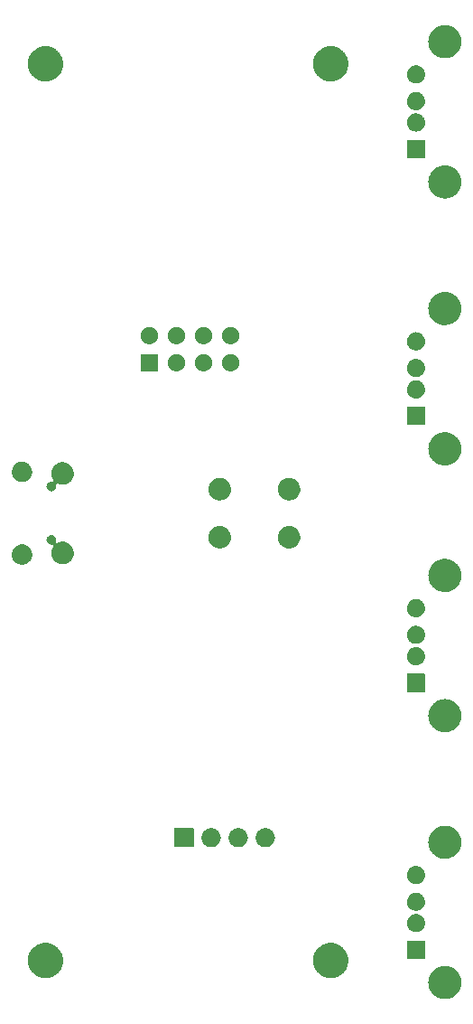
<source format=gbr>
G04 #@! TF.GenerationSoftware,KiCad,Pcbnew,(5.99.0-52-gefbc802f4)*
G04 #@! TF.CreationDate,2019-10-28T15:02:13+01:00*
G04 #@! TF.ProjectId,remote,72656d6f-7465-42e6-9b69-6361645f7063,rev?*
G04 #@! TF.SameCoordinates,Original*
G04 #@! TF.FileFunction,Soldermask,Bot*
G04 #@! TF.FilePolarity,Negative*
%FSLAX46Y46*%
G04 Gerber Fmt 4.6, Leading zero omitted, Abs format (unit mm)*
G04 Created by KiCad (PCBNEW (5.99.0-52-gefbc802f4)) date 2019-10-28 15:02:13*
%MOMM*%
%LPD*%
G04 APERTURE LIST*
%ADD10C,0.100000*%
G04 APERTURE END LIST*
D10*
G36*
X192724870Y-161517503D02*
G01*
X192780587Y-161515557D01*
X192847861Y-161524056D01*
X192910350Y-161527385D01*
X192966239Y-161539010D01*
X193028205Y-161546838D01*
X193086838Y-161564095D01*
X193141387Y-161575441D01*
X193201309Y-161597785D01*
X193267637Y-161617307D01*
X193316700Y-161640814D01*
X193362485Y-161657887D01*
X193424355Y-161692394D01*
X193492722Y-161725150D01*
X193531870Y-161752359D01*
X193568580Y-161772833D01*
X193629992Y-161820555D01*
X193697669Y-161867592D01*
X193727117Y-161896029D01*
X193754905Y-161917623D01*
X193813181Y-161979140D01*
X193877207Y-162040969D01*
X193897690Y-162068349D01*
X193917196Y-162088940D01*
X193969539Y-162164391D01*
X194026715Y-162240821D01*
X194039424Y-162265130D01*
X194051703Y-162282831D01*
X194095241Y-162371900D01*
X194142347Y-162462005D01*
X194148868Y-162481606D01*
X194155330Y-162494827D01*
X194187204Y-162596849D01*
X194221129Y-162698831D01*
X194223351Y-162712547D01*
X194225703Y-162720077D01*
X194243218Y-162835216D01*
X194261033Y-162945207D01*
X194258079Y-163227248D01*
X194251707Y-163261966D01*
X194251166Y-163280197D01*
X194231162Y-163373910D01*
X194213024Y-163472734D01*
X194205639Y-163493474D01*
X194202281Y-163509204D01*
X194164978Y-163607664D01*
X194129300Y-163707859D01*
X194121956Y-163721218D01*
X194118676Y-163729875D01*
X194062486Y-163829393D01*
X194009061Y-163926573D01*
X194003852Y-163933240D01*
X194002659Y-163935353D01*
X193917525Y-164043734D01*
X193855400Y-164123249D01*
X193774204Y-164198438D01*
X193684728Y-164282314D01*
X193680477Y-164285230D01*
X193672271Y-164292829D01*
X193581065Y-164353426D01*
X193490132Y-164415806D01*
X193479346Y-164421009D01*
X193464386Y-164430948D01*
X193369597Y-164473946D01*
X193277593Y-164518324D01*
X193259603Y-164523841D01*
X193237091Y-164534053D01*
X193142529Y-164559745D01*
X193051988Y-164587512D01*
X193026633Y-164591234D01*
X192996237Y-164599492D01*
X192905124Y-164609068D01*
X192818513Y-164621781D01*
X192786058Y-164621583D01*
X192748018Y-164625581D01*
X192663077Y-164620832D01*
X192582537Y-164620340D01*
X192543732Y-164614159D01*
X192498820Y-164611648D01*
X192422188Y-164594799D01*
X192349503Y-164583222D01*
X192305572Y-164569160D01*
X192255056Y-164558053D01*
X192188282Y-164531615D01*
X192124751Y-164511279D01*
X192077318Y-164487681D01*
X192022997Y-164466174D01*
X191967052Y-164432824D01*
X191913481Y-164406173D01*
X191864562Y-164371729D01*
X191808612Y-164338376D01*
X191763850Y-164300816D01*
X191720537Y-164270319D01*
X191672434Y-164224109D01*
X191617418Y-164177945D01*
X191583622Y-164138792D01*
X191550359Y-164106838D01*
X191505609Y-164048413D01*
X191454333Y-163989009D01*
X191430758Y-163950688D01*
X191406869Y-163919499D01*
X191368132Y-163848891D01*
X191323554Y-163776430D01*
X191308980Y-163741071D01*
X191293367Y-163712612D01*
X191263347Y-163630357D01*
X191228444Y-163545676D01*
X191221254Y-163515023D01*
X191212464Y-163490937D01*
X191193818Y-163398049D01*
X191171451Y-163302684D01*
X191169727Y-163278029D01*
X191166023Y-163259577D01*
X191161300Y-163157527D01*
X191154040Y-163053705D01*
X191155668Y-163035820D01*
X191155114Y-163023855D01*
X191166738Y-162914177D01*
X191176661Y-162805146D01*
X191179442Y-162794316D01*
X191179985Y-162789190D01*
X191211189Y-162670668D01*
X191238731Y-162563401D01*
X191279091Y-162471021D01*
X191333971Y-162344502D01*
X191335264Y-162342445D01*
X191338652Y-162334690D01*
X191398740Y-162241452D01*
X191459542Y-162144713D01*
X191465595Y-162137713D01*
X191473855Y-162124896D01*
X191545058Y-162045817D01*
X191613893Y-161966212D01*
X191626124Y-161955785D01*
X191640861Y-161939417D01*
X191719191Y-161876438D01*
X191793465Y-161813114D01*
X191812935Y-161801065D01*
X191835373Y-161783025D01*
X191917267Y-161736503D01*
X191994129Y-161688939D01*
X192021484Y-161677299D01*
X192052387Y-161659744D01*
X192134567Y-161629182D01*
X192211259Y-161596549D01*
X192246685Y-161587486D01*
X192286320Y-161572746D01*
X192365882Y-161556992D01*
X192439877Y-161538062D01*
X192483059Y-161533790D01*
X192531153Y-161524267D01*
X192605594Y-161521668D01*
X192674709Y-161514830D01*
X192724870Y-161517503D01*
X192724870Y-161517503D01*
G37*
G36*
X155323730Y-159349000D02*
G01*
X155379937Y-159349000D01*
X155450874Y-159360235D01*
X155517558Y-159366128D01*
X155574072Y-159379748D01*
X155636610Y-159389653D01*
X155698179Y-159409658D01*
X155756121Y-159423622D01*
X155816809Y-159448203D01*
X155883764Y-159469958D01*
X155935106Y-159496118D01*
X155983565Y-159515746D01*
X156046309Y-159552779D01*
X156115312Y-159587938D01*
X156156161Y-159617616D01*
X156194891Y-159640476D01*
X156257232Y-159691049D01*
X156325554Y-159740688D01*
X156356207Y-159771341D01*
X156385465Y-159795076D01*
X156444718Y-159859852D01*
X156509312Y-159924446D01*
X156530574Y-159953711D01*
X156551091Y-159976140D01*
X156604400Y-160055323D01*
X156662062Y-160134688D01*
X156675230Y-160160531D01*
X156688137Y-160179703D01*
X156732562Y-160273052D01*
X156780042Y-160366236D01*
X156786784Y-160386987D01*
X156793587Y-160401281D01*
X156826245Y-160508436D01*
X156860347Y-160613390D01*
X156862634Y-160627830D01*
X156865129Y-160636016D01*
X156883244Y-160757955D01*
X156901000Y-160870063D01*
X156901000Y-161129937D01*
X156892684Y-161182440D01*
X156891885Y-161211983D01*
X156874640Y-161296367D01*
X156860347Y-161386610D01*
X156849164Y-161421027D01*
X156843080Y-161450799D01*
X156810365Y-161540439D01*
X156780042Y-161633764D01*
X156766872Y-161659612D01*
X156758950Y-161681318D01*
X156709540Y-161772131D01*
X156662062Y-161865312D01*
X156649241Y-161882959D01*
X156641672Y-161896870D01*
X156574158Y-161986301D01*
X156509312Y-162075554D01*
X156498976Y-162085890D01*
X156493819Y-162092721D01*
X156405782Y-162179084D01*
X156325554Y-162259312D01*
X156319558Y-162263668D01*
X156318640Y-162264569D01*
X156143110Y-162391866D01*
X156115312Y-162412062D01*
X156014629Y-162463363D01*
X155902223Y-162521753D01*
X155895505Y-162524060D01*
X155883764Y-162530042D01*
X155777902Y-162564439D01*
X155670133Y-162601441D01*
X155655994Y-162604049D01*
X155636610Y-162610347D01*
X155532080Y-162626903D01*
X155428808Y-162645950D01*
X155407170Y-162646687D01*
X155379937Y-162651000D01*
X155280480Y-162651000D01*
X155183553Y-162654300D01*
X155154812Y-162651000D01*
X155120063Y-162651000D01*
X155028482Y-162636495D01*
X154939768Y-162626309D01*
X154904791Y-162616904D01*
X154863390Y-162610347D01*
X154781749Y-162583820D01*
X154702788Y-162562589D01*
X154662903Y-162545205D01*
X154616236Y-162530042D01*
X154545965Y-162494237D01*
X154477832Y-162464541D01*
X154434765Y-162437578D01*
X154384688Y-162412062D01*
X154326590Y-162369851D01*
X154269843Y-162334323D01*
X154225667Y-162296526D01*
X154174446Y-162259312D01*
X154128671Y-162213537D01*
X154083382Y-162174788D01*
X154040465Y-162125331D01*
X153990688Y-162075554D01*
X153956823Y-162028943D01*
X153922556Y-161989454D01*
X153883461Y-161927969D01*
X153837938Y-161865312D01*
X153815015Y-161820323D01*
X153790884Y-161782372D01*
X153758299Y-161709012D01*
X153719958Y-161633764D01*
X153706561Y-161592533D01*
X153691269Y-161558105D01*
X153667885Y-161473501D01*
X153639653Y-161386610D01*
X153633993Y-161350874D01*
X153625897Y-161321582D01*
X153614348Y-161226843D01*
X153599000Y-161129937D01*
X153599000Y-161100932D01*
X153596203Y-161077987D01*
X153599000Y-160974628D01*
X153599000Y-160870063D01*
X153602413Y-160848516D01*
X153602841Y-160832689D01*
X153622390Y-160722382D01*
X153639653Y-160613390D01*
X153644171Y-160599485D01*
X153645664Y-160591061D01*
X153684876Y-160474207D01*
X153719958Y-160366236D01*
X153723325Y-160359628D01*
X153723732Y-160358415D01*
X153821710Y-160166538D01*
X153837938Y-160134688D01*
X153904366Y-160043258D01*
X153978002Y-159940214D01*
X153982942Y-159935107D01*
X153990688Y-159924446D01*
X154069390Y-159845744D01*
X154148621Y-159763841D01*
X154160037Y-159755097D01*
X154174446Y-159740688D01*
X154260048Y-159678494D01*
X154343440Y-159614621D01*
X154362390Y-159604139D01*
X154384688Y-159587938D01*
X154473279Y-159542798D01*
X154558164Y-159495843D01*
X154585275Y-159485734D01*
X154616236Y-159469958D01*
X154704418Y-159441306D01*
X154788091Y-159410105D01*
X154823527Y-159402605D01*
X154863390Y-159389653D01*
X154948177Y-159376224D01*
X155028171Y-159359294D01*
X155071600Y-159356676D01*
X155120063Y-159349000D01*
X155198917Y-159349000D01*
X155273111Y-159344527D01*
X155323730Y-159349000D01*
X155323730Y-159349000D01*
G37*
G36*
X182073730Y-159349000D02*
G01*
X182129937Y-159349000D01*
X182200874Y-159360235D01*
X182267558Y-159366128D01*
X182324072Y-159379748D01*
X182386610Y-159389653D01*
X182448179Y-159409658D01*
X182506121Y-159423622D01*
X182566809Y-159448203D01*
X182633764Y-159469958D01*
X182685106Y-159496118D01*
X182733565Y-159515746D01*
X182796309Y-159552779D01*
X182865312Y-159587938D01*
X182906161Y-159617616D01*
X182944891Y-159640476D01*
X183007232Y-159691049D01*
X183075554Y-159740688D01*
X183106207Y-159771341D01*
X183135465Y-159795076D01*
X183194718Y-159859852D01*
X183259312Y-159924446D01*
X183280574Y-159953711D01*
X183301091Y-159976140D01*
X183354400Y-160055323D01*
X183412062Y-160134688D01*
X183425230Y-160160531D01*
X183438137Y-160179703D01*
X183482562Y-160273052D01*
X183530042Y-160366236D01*
X183536784Y-160386987D01*
X183543587Y-160401281D01*
X183576245Y-160508436D01*
X183610347Y-160613390D01*
X183612634Y-160627830D01*
X183615129Y-160636016D01*
X183633244Y-160757955D01*
X183651000Y-160870063D01*
X183651000Y-161129937D01*
X183642684Y-161182440D01*
X183641885Y-161211983D01*
X183624640Y-161296367D01*
X183610347Y-161386610D01*
X183599164Y-161421027D01*
X183593080Y-161450799D01*
X183560365Y-161540439D01*
X183530042Y-161633764D01*
X183516872Y-161659612D01*
X183508950Y-161681318D01*
X183459540Y-161772131D01*
X183412062Y-161865312D01*
X183399241Y-161882959D01*
X183391672Y-161896870D01*
X183324158Y-161986301D01*
X183259312Y-162075554D01*
X183248976Y-162085890D01*
X183243819Y-162092721D01*
X183155782Y-162179084D01*
X183075554Y-162259312D01*
X183069558Y-162263668D01*
X183068640Y-162264569D01*
X182893110Y-162391866D01*
X182865312Y-162412062D01*
X182764629Y-162463363D01*
X182652223Y-162521753D01*
X182645505Y-162524060D01*
X182633764Y-162530042D01*
X182527902Y-162564439D01*
X182420133Y-162601441D01*
X182405994Y-162604049D01*
X182386610Y-162610347D01*
X182282080Y-162626903D01*
X182178808Y-162645950D01*
X182157170Y-162646687D01*
X182129937Y-162651000D01*
X182030480Y-162651000D01*
X181933553Y-162654300D01*
X181904812Y-162651000D01*
X181870063Y-162651000D01*
X181778482Y-162636495D01*
X181689768Y-162626309D01*
X181654791Y-162616904D01*
X181613390Y-162610347D01*
X181531749Y-162583820D01*
X181452788Y-162562589D01*
X181412903Y-162545205D01*
X181366236Y-162530042D01*
X181295965Y-162494237D01*
X181227832Y-162464541D01*
X181184765Y-162437578D01*
X181134688Y-162412062D01*
X181076590Y-162369851D01*
X181019843Y-162334323D01*
X180975667Y-162296526D01*
X180924446Y-162259312D01*
X180878671Y-162213537D01*
X180833382Y-162174788D01*
X180790465Y-162125331D01*
X180740688Y-162075554D01*
X180706823Y-162028943D01*
X180672556Y-161989454D01*
X180633461Y-161927969D01*
X180587938Y-161865312D01*
X180565015Y-161820323D01*
X180540884Y-161782372D01*
X180508299Y-161709012D01*
X180469958Y-161633764D01*
X180456561Y-161592533D01*
X180441269Y-161558105D01*
X180417885Y-161473501D01*
X180389653Y-161386610D01*
X180383993Y-161350874D01*
X180375897Y-161321582D01*
X180364348Y-161226843D01*
X180349000Y-161129937D01*
X180349000Y-161100932D01*
X180346203Y-161077987D01*
X180349000Y-160974628D01*
X180349000Y-160870063D01*
X180352413Y-160848516D01*
X180352841Y-160832689D01*
X180372390Y-160722382D01*
X180389653Y-160613390D01*
X180394171Y-160599485D01*
X180395664Y-160591061D01*
X180434876Y-160474207D01*
X180469958Y-160366236D01*
X180473325Y-160359628D01*
X180473732Y-160358415D01*
X180571710Y-160166538D01*
X180587938Y-160134688D01*
X180654366Y-160043258D01*
X180728002Y-159940214D01*
X180732942Y-159935107D01*
X180740688Y-159924446D01*
X180819390Y-159845744D01*
X180898621Y-159763841D01*
X180910037Y-159755097D01*
X180924446Y-159740688D01*
X181010048Y-159678494D01*
X181093440Y-159614621D01*
X181112390Y-159604139D01*
X181134688Y-159587938D01*
X181223279Y-159542798D01*
X181308164Y-159495843D01*
X181335275Y-159485734D01*
X181366236Y-159469958D01*
X181454418Y-159441306D01*
X181538091Y-159410105D01*
X181573527Y-159402605D01*
X181613390Y-159389653D01*
X181698177Y-159376224D01*
X181778171Y-159359294D01*
X181821600Y-159356676D01*
X181870063Y-159349000D01*
X181948917Y-159349000D01*
X182023111Y-159344527D01*
X182073730Y-159349000D01*
X182073730Y-159349000D01*
G37*
G36*
X190819899Y-159151959D02*
G01*
X190836769Y-159163231D01*
X190848041Y-159180101D01*
X190854448Y-159212312D01*
X190854448Y-160787688D01*
X190851999Y-160800000D01*
X190848041Y-160819899D01*
X190836769Y-160836769D01*
X190819899Y-160848041D01*
X190800000Y-160851999D01*
X190787688Y-160854448D01*
X189212312Y-160854448D01*
X189180101Y-160848041D01*
X189163231Y-160836769D01*
X189151959Y-160819899D01*
X189145552Y-160787688D01*
X189145552Y-159212312D01*
X189151959Y-159180101D01*
X189163231Y-159163231D01*
X189180101Y-159151959D01*
X189212312Y-159145552D01*
X190787688Y-159145552D01*
X190819899Y-159151959D01*
X190819899Y-159151959D01*
G37*
G36*
X190002976Y-156647826D02*
G01*
X190044766Y-156645782D01*
X190089056Y-156652639D01*
X190139810Y-156655476D01*
X190180163Y-156666743D01*
X190215621Y-156672232D01*
X190263204Y-156689928D01*
X190317898Y-156705199D01*
X190349622Y-156722067D01*
X190377659Y-156732494D01*
X190425757Y-156762549D01*
X190481153Y-156792004D01*
X190503968Y-156811421D01*
X190524271Y-156824108D01*
X190569641Y-156867313D01*
X190621961Y-156911841D01*
X190636463Y-156930947D01*
X190649472Y-156943335D01*
X190688616Y-156999655D01*
X190733751Y-157059118D01*
X190741302Y-157075459D01*
X190748142Y-157085301D01*
X190777508Y-157153817D01*
X190811307Y-157226965D01*
X190813885Y-157238692D01*
X190816247Y-157244202D01*
X190832429Y-157323036D01*
X190851011Y-157407551D01*
X190850345Y-157598388D01*
X190831181Y-157682738D01*
X190814443Y-157761485D01*
X190812041Y-157766982D01*
X190809381Y-157778692D01*
X190775069Y-157851609D01*
X190745227Y-157919915D01*
X190738318Y-157929709D01*
X190730655Y-157945994D01*
X190685114Y-158005130D01*
X190645570Y-158061187D01*
X190632472Y-158073487D01*
X190617840Y-158092487D01*
X190565227Y-158136635D01*
X190519544Y-158179534D01*
X190499147Y-158192082D01*
X190476199Y-158211338D01*
X190420600Y-158240405D01*
X190372293Y-158270123D01*
X190344184Y-158280354D01*
X190312341Y-158297001D01*
X190257534Y-158311892D01*
X190209831Y-158329254D01*
X190174340Y-158334495D01*
X190133911Y-158345479D01*
X190083139Y-158347962D01*
X190038803Y-158354509D01*
X189997027Y-158352174D01*
X189949233Y-158354511D01*
X189904992Y-158347028D01*
X189866189Y-158344859D01*
X189819980Y-158332650D01*
X189766923Y-158323676D01*
X189730839Y-158309097D01*
X189699035Y-158300694D01*
X189650897Y-158276799D01*
X189595488Y-158254412D01*
X189568311Y-158235804D01*
X189544182Y-158223826D01*
X189497128Y-158187063D01*
X189442926Y-158149950D01*
X189424469Y-158130295D01*
X189407950Y-158117389D01*
X189365400Y-158067393D01*
X189316354Y-158015164D01*
X189305608Y-157997138D01*
X189295896Y-157985726D01*
X189261401Y-157922981D01*
X189221678Y-157856344D01*
X189216943Y-157842111D01*
X189212610Y-157834229D01*
X189189692Y-157760192D01*
X189163314Y-157680898D01*
X189162372Y-157671934D01*
X189161486Y-157669072D01*
X189153347Y-157586068D01*
X189143987Y-157497012D01*
X189153967Y-157408044D01*
X189162687Y-157325078D01*
X189163593Y-157322220D01*
X189164598Y-157313265D01*
X189191530Y-157234153D01*
X189214963Y-157160281D01*
X189219350Y-157152432D01*
X189224184Y-157138231D01*
X189264382Y-157071857D01*
X189299304Y-157009371D01*
X189309092Y-156998031D01*
X189319967Y-156980075D01*
X189369385Y-156928181D01*
X189412273Y-156878495D01*
X189428879Y-156865707D01*
X189447477Y-156846177D01*
X189501952Y-156809433D01*
X189549250Y-156773009D01*
X189573458Y-156761202D01*
X189600765Y-156742783D01*
X189656319Y-156720787D01*
X189704633Y-156697223D01*
X189736503Y-156689040D01*
X189772679Y-156674717D01*
X189825795Y-156666114D01*
X189872088Y-156654228D01*
X189910903Y-156652330D01*
X189955199Y-156645155D01*
X190002976Y-156647826D01*
X190002976Y-156647826D01*
G37*
G36*
X190002976Y-154647826D02*
G01*
X190044766Y-154645782D01*
X190089056Y-154652639D01*
X190139810Y-154655476D01*
X190180163Y-154666743D01*
X190215621Y-154672232D01*
X190263204Y-154689928D01*
X190317898Y-154705199D01*
X190349622Y-154722067D01*
X190377659Y-154732494D01*
X190425757Y-154762549D01*
X190481153Y-154792004D01*
X190503968Y-154811421D01*
X190524271Y-154824108D01*
X190569641Y-154867313D01*
X190621961Y-154911841D01*
X190636463Y-154930947D01*
X190649472Y-154943335D01*
X190688616Y-154999655D01*
X190733751Y-155059118D01*
X190741302Y-155075459D01*
X190748142Y-155085301D01*
X190777508Y-155153817D01*
X190811307Y-155226965D01*
X190813885Y-155238692D01*
X190816247Y-155244202D01*
X190832429Y-155323036D01*
X190851011Y-155407551D01*
X190850345Y-155598388D01*
X190831181Y-155682738D01*
X190814443Y-155761485D01*
X190812041Y-155766982D01*
X190809381Y-155778692D01*
X190775069Y-155851609D01*
X190745227Y-155919915D01*
X190738318Y-155929709D01*
X190730655Y-155945994D01*
X190685114Y-156005130D01*
X190645570Y-156061187D01*
X190632472Y-156073487D01*
X190617840Y-156092487D01*
X190565227Y-156136635D01*
X190519544Y-156179534D01*
X190499147Y-156192082D01*
X190476199Y-156211338D01*
X190420600Y-156240405D01*
X190372293Y-156270123D01*
X190344184Y-156280354D01*
X190312341Y-156297001D01*
X190257534Y-156311892D01*
X190209831Y-156329254D01*
X190174340Y-156334495D01*
X190133911Y-156345479D01*
X190083139Y-156347962D01*
X190038803Y-156354509D01*
X189997027Y-156352174D01*
X189949233Y-156354511D01*
X189904992Y-156347028D01*
X189866189Y-156344859D01*
X189819980Y-156332650D01*
X189766923Y-156323676D01*
X189730839Y-156309097D01*
X189699035Y-156300694D01*
X189650897Y-156276799D01*
X189595488Y-156254412D01*
X189568311Y-156235804D01*
X189544182Y-156223826D01*
X189497128Y-156187063D01*
X189442926Y-156149950D01*
X189424469Y-156130295D01*
X189407950Y-156117389D01*
X189365400Y-156067393D01*
X189316354Y-156015164D01*
X189305608Y-155997138D01*
X189295896Y-155985726D01*
X189261401Y-155922981D01*
X189221678Y-155856344D01*
X189216943Y-155842111D01*
X189212610Y-155834229D01*
X189189692Y-155760192D01*
X189163314Y-155680898D01*
X189162372Y-155671934D01*
X189161486Y-155669072D01*
X189153347Y-155586068D01*
X189143987Y-155497012D01*
X189153967Y-155408044D01*
X189162687Y-155325078D01*
X189163593Y-155322220D01*
X189164598Y-155313265D01*
X189191530Y-155234153D01*
X189214963Y-155160281D01*
X189219350Y-155152432D01*
X189224184Y-155138231D01*
X189264382Y-155071857D01*
X189299304Y-155009371D01*
X189309092Y-154998031D01*
X189319967Y-154980075D01*
X189369385Y-154928181D01*
X189412273Y-154878495D01*
X189428879Y-154865707D01*
X189447477Y-154846177D01*
X189501952Y-154809433D01*
X189549250Y-154773009D01*
X189573458Y-154761202D01*
X189600765Y-154742783D01*
X189656319Y-154720787D01*
X189704633Y-154697223D01*
X189736503Y-154689040D01*
X189772679Y-154674717D01*
X189825795Y-154666114D01*
X189872088Y-154654228D01*
X189910903Y-154652330D01*
X189955199Y-154645155D01*
X190002976Y-154647826D01*
X190002976Y-154647826D01*
G37*
G36*
X190002976Y-152147826D02*
G01*
X190044766Y-152145782D01*
X190089056Y-152152639D01*
X190139810Y-152155476D01*
X190180163Y-152166743D01*
X190215621Y-152172232D01*
X190263204Y-152189928D01*
X190317898Y-152205199D01*
X190349622Y-152222067D01*
X190377659Y-152232494D01*
X190425757Y-152262549D01*
X190481153Y-152292004D01*
X190503968Y-152311421D01*
X190524271Y-152324108D01*
X190569641Y-152367313D01*
X190621961Y-152411841D01*
X190636463Y-152430947D01*
X190649472Y-152443335D01*
X190688616Y-152499655D01*
X190733751Y-152559118D01*
X190741302Y-152575459D01*
X190748142Y-152585301D01*
X190777508Y-152653817D01*
X190811307Y-152726965D01*
X190813885Y-152738692D01*
X190816247Y-152744202D01*
X190832429Y-152823036D01*
X190851011Y-152907551D01*
X190850345Y-153098388D01*
X190831181Y-153182738D01*
X190814443Y-153261485D01*
X190812041Y-153266982D01*
X190809381Y-153278692D01*
X190775069Y-153351609D01*
X190745227Y-153419915D01*
X190738318Y-153429709D01*
X190730655Y-153445994D01*
X190685114Y-153505130D01*
X190645570Y-153561187D01*
X190632472Y-153573487D01*
X190617840Y-153592487D01*
X190565227Y-153636635D01*
X190519544Y-153679534D01*
X190499147Y-153692082D01*
X190476199Y-153711338D01*
X190420600Y-153740405D01*
X190372293Y-153770123D01*
X190344184Y-153780354D01*
X190312341Y-153797001D01*
X190257534Y-153811892D01*
X190209831Y-153829254D01*
X190174340Y-153834495D01*
X190133911Y-153845479D01*
X190083139Y-153847962D01*
X190038803Y-153854509D01*
X189997027Y-153852174D01*
X189949233Y-153854511D01*
X189904992Y-153847028D01*
X189866189Y-153844859D01*
X189819980Y-153832650D01*
X189766923Y-153823676D01*
X189730839Y-153809097D01*
X189699035Y-153800694D01*
X189650897Y-153776799D01*
X189595488Y-153754412D01*
X189568311Y-153735804D01*
X189544182Y-153723826D01*
X189497128Y-153687063D01*
X189442926Y-153649950D01*
X189424469Y-153630295D01*
X189407950Y-153617389D01*
X189365400Y-153567393D01*
X189316354Y-153515164D01*
X189305608Y-153497138D01*
X189295896Y-153485726D01*
X189261401Y-153422981D01*
X189221678Y-153356344D01*
X189216943Y-153342111D01*
X189212610Y-153334229D01*
X189189692Y-153260192D01*
X189163314Y-153180898D01*
X189162372Y-153171934D01*
X189161486Y-153169072D01*
X189153347Y-153086068D01*
X189143987Y-152997012D01*
X189153967Y-152908044D01*
X189162687Y-152825078D01*
X189163593Y-152822220D01*
X189164598Y-152813265D01*
X189191530Y-152734153D01*
X189214963Y-152660281D01*
X189219350Y-152652432D01*
X189224184Y-152638231D01*
X189264382Y-152571857D01*
X189299304Y-152509371D01*
X189309092Y-152498031D01*
X189319967Y-152480075D01*
X189369385Y-152428181D01*
X189412273Y-152378495D01*
X189428879Y-152365707D01*
X189447477Y-152346177D01*
X189501952Y-152309433D01*
X189549250Y-152273009D01*
X189573458Y-152261202D01*
X189600765Y-152242783D01*
X189656319Y-152220787D01*
X189704633Y-152197223D01*
X189736503Y-152189040D01*
X189772679Y-152174717D01*
X189825795Y-152166114D01*
X189872088Y-152154228D01*
X189910903Y-152152330D01*
X189955199Y-152145155D01*
X190002976Y-152147826D01*
X190002976Y-152147826D01*
G37*
G36*
X192724870Y-148377503D02*
G01*
X192780587Y-148375557D01*
X192847861Y-148384056D01*
X192910350Y-148387385D01*
X192966239Y-148399010D01*
X193028205Y-148406838D01*
X193086838Y-148424095D01*
X193141387Y-148435441D01*
X193201309Y-148457785D01*
X193267637Y-148477307D01*
X193316700Y-148500814D01*
X193362485Y-148517887D01*
X193424355Y-148552394D01*
X193492722Y-148585150D01*
X193531870Y-148612359D01*
X193568580Y-148632833D01*
X193629992Y-148680555D01*
X193697669Y-148727592D01*
X193727117Y-148756029D01*
X193754905Y-148777623D01*
X193813181Y-148839140D01*
X193877207Y-148900969D01*
X193897690Y-148928349D01*
X193917196Y-148948940D01*
X193969539Y-149024391D01*
X194026715Y-149100821D01*
X194039424Y-149125130D01*
X194051703Y-149142831D01*
X194095241Y-149231900D01*
X194142347Y-149322005D01*
X194148868Y-149341606D01*
X194155330Y-149354827D01*
X194187204Y-149456849D01*
X194221129Y-149558831D01*
X194223351Y-149572547D01*
X194225703Y-149580077D01*
X194243218Y-149695216D01*
X194261033Y-149805207D01*
X194258079Y-150087248D01*
X194251707Y-150121966D01*
X194251166Y-150140197D01*
X194231162Y-150233910D01*
X194213024Y-150332734D01*
X194205639Y-150353474D01*
X194202281Y-150369204D01*
X194164978Y-150467664D01*
X194129300Y-150567859D01*
X194121956Y-150581218D01*
X194118676Y-150589875D01*
X194062486Y-150689393D01*
X194009061Y-150786573D01*
X194003852Y-150793240D01*
X194002659Y-150795353D01*
X193917525Y-150903734D01*
X193855400Y-150983249D01*
X193774204Y-151058438D01*
X193684728Y-151142314D01*
X193680477Y-151145230D01*
X193672271Y-151152829D01*
X193581065Y-151213426D01*
X193490132Y-151275806D01*
X193479346Y-151281009D01*
X193464386Y-151290948D01*
X193369597Y-151333946D01*
X193277593Y-151378324D01*
X193259603Y-151383841D01*
X193237091Y-151394053D01*
X193142529Y-151419745D01*
X193051988Y-151447512D01*
X193026633Y-151451234D01*
X192996237Y-151459492D01*
X192905124Y-151469068D01*
X192818513Y-151481781D01*
X192786058Y-151481583D01*
X192748018Y-151485581D01*
X192663077Y-151480832D01*
X192582537Y-151480340D01*
X192543732Y-151474159D01*
X192498820Y-151471648D01*
X192422188Y-151454799D01*
X192349503Y-151443222D01*
X192305572Y-151429160D01*
X192255056Y-151418053D01*
X192188282Y-151391615D01*
X192124751Y-151371279D01*
X192077318Y-151347681D01*
X192022997Y-151326174D01*
X191967052Y-151292824D01*
X191913481Y-151266173D01*
X191864562Y-151231729D01*
X191808612Y-151198376D01*
X191763850Y-151160816D01*
X191720537Y-151130319D01*
X191672434Y-151084109D01*
X191617418Y-151037945D01*
X191583622Y-150998792D01*
X191550359Y-150966838D01*
X191505609Y-150908413D01*
X191454333Y-150849009D01*
X191430758Y-150810688D01*
X191406869Y-150779499D01*
X191368132Y-150708891D01*
X191323554Y-150636430D01*
X191308980Y-150601071D01*
X191293367Y-150572612D01*
X191263347Y-150490357D01*
X191228444Y-150405676D01*
X191221254Y-150375023D01*
X191212464Y-150350937D01*
X191193818Y-150258049D01*
X191171451Y-150162684D01*
X191169727Y-150138029D01*
X191166023Y-150119577D01*
X191161300Y-150017527D01*
X191154040Y-149913705D01*
X191155668Y-149895820D01*
X191155114Y-149883855D01*
X191166738Y-149774177D01*
X191176661Y-149665146D01*
X191179442Y-149654316D01*
X191179985Y-149649190D01*
X191211189Y-149530668D01*
X191238731Y-149423401D01*
X191279091Y-149331021D01*
X191333971Y-149204502D01*
X191335264Y-149202445D01*
X191338652Y-149194690D01*
X191398740Y-149101452D01*
X191459542Y-149004713D01*
X191465595Y-148997713D01*
X191473855Y-148984896D01*
X191545058Y-148905817D01*
X191613893Y-148826212D01*
X191626124Y-148815785D01*
X191640861Y-148799417D01*
X191719191Y-148736438D01*
X191793465Y-148673114D01*
X191812935Y-148661065D01*
X191835373Y-148643025D01*
X191917267Y-148596503D01*
X191994129Y-148548939D01*
X192021484Y-148537299D01*
X192052387Y-148519744D01*
X192134567Y-148489182D01*
X192211259Y-148456549D01*
X192246685Y-148447486D01*
X192286320Y-148432746D01*
X192365882Y-148416992D01*
X192439877Y-148398062D01*
X192483059Y-148393790D01*
X192531153Y-148384267D01*
X192605594Y-148381668D01*
X192674709Y-148374830D01*
X192724870Y-148377503D01*
X192724870Y-148377503D01*
G37*
G36*
X169119899Y-148601959D02*
G01*
X169136769Y-148613231D01*
X169148041Y-148630101D01*
X169154448Y-148662312D01*
X169154448Y-150337688D01*
X169151999Y-150350000D01*
X169148041Y-150369899D01*
X169136769Y-150386769D01*
X169119899Y-150398041D01*
X169100000Y-150401999D01*
X169087688Y-150404448D01*
X167412312Y-150404448D01*
X167380101Y-150398041D01*
X167363231Y-150386769D01*
X167351959Y-150369899D01*
X167345552Y-150337688D01*
X167345552Y-148662312D01*
X167351959Y-148630101D01*
X167363231Y-148613231D01*
X167380101Y-148601959D01*
X167412312Y-148595552D01*
X169087688Y-148595552D01*
X169119899Y-148601959D01*
X169119899Y-148601959D01*
G37*
G36*
X173518360Y-148613835D02*
G01*
X173599397Y-148640166D01*
X173686663Y-148667848D01*
X173689655Y-148669493D01*
X173698488Y-148672363D01*
X173770466Y-148713919D01*
X173841499Y-148752970D01*
X173848986Y-148759253D01*
X173862511Y-148767061D01*
X173920259Y-148819057D01*
X173976857Y-148866549D01*
X173986962Y-148879118D01*
X174003261Y-148893793D01*
X174045454Y-148951867D01*
X174087579Y-149004260D01*
X174097994Y-149024182D01*
X174114586Y-149047019D01*
X174141297Y-149107012D01*
X174169439Y-149160843D01*
X174177582Y-149188510D01*
X174191621Y-149220042D01*
X174203992Y-149278241D01*
X174219328Y-149330349D01*
X174222518Y-149365401D01*
X174230999Y-149405301D01*
X174230999Y-149458592D01*
X174235343Y-149506324D01*
X174230999Y-149547653D01*
X174230999Y-149594699D01*
X174221217Y-149640721D01*
X174216873Y-149682047D01*
X174202702Y-149727827D01*
X174191621Y-149779958D01*
X174175028Y-149817226D01*
X174164622Y-149850843D01*
X174138789Y-149898620D01*
X174114586Y-149952981D01*
X174094298Y-149980905D01*
X174080580Y-150006276D01*
X174041859Y-150053082D01*
X174003261Y-150106207D01*
X173982284Y-150125095D01*
X173967952Y-150142419D01*
X173915845Y-150184917D01*
X173862511Y-150232939D01*
X173843524Y-150243901D01*
X173831025Y-150254095D01*
X173765780Y-150288786D01*
X173698488Y-150327637D01*
X173683636Y-150332463D01*
X173675003Y-150337053D01*
X173597430Y-150360473D01*
X173518360Y-150386165D01*
X173509114Y-150387137D01*
X173505851Y-150388122D01*
X173414710Y-150397059D01*
X173377211Y-150401000D01*
X173282789Y-150401000D01*
X173141640Y-150386165D01*
X173060603Y-150359834D01*
X172973337Y-150332152D01*
X172970345Y-150330507D01*
X172961512Y-150327637D01*
X172889534Y-150286081D01*
X172818501Y-150247030D01*
X172811014Y-150240747D01*
X172797489Y-150232939D01*
X172739741Y-150180943D01*
X172683143Y-150133451D01*
X172673038Y-150120882D01*
X172656739Y-150106207D01*
X172614546Y-150048133D01*
X172572421Y-149995740D01*
X172562006Y-149975818D01*
X172545414Y-149952981D01*
X172518703Y-149892988D01*
X172490561Y-149839157D01*
X172482418Y-149811490D01*
X172468379Y-149779958D01*
X172456008Y-149721759D01*
X172440672Y-149669651D01*
X172437482Y-149634599D01*
X172429001Y-149594699D01*
X172429001Y-149541408D01*
X172424657Y-149493676D01*
X172429001Y-149452347D01*
X172429001Y-149405301D01*
X172438783Y-149359279D01*
X172443127Y-149317953D01*
X172457298Y-149272173D01*
X172468379Y-149220042D01*
X172484972Y-149182774D01*
X172495378Y-149149157D01*
X172521211Y-149101380D01*
X172545414Y-149047019D01*
X172565702Y-149019095D01*
X172579420Y-148993724D01*
X172618141Y-148946918D01*
X172656739Y-148893793D01*
X172677716Y-148874905D01*
X172692048Y-148857581D01*
X172744155Y-148815083D01*
X172797489Y-148767061D01*
X172816476Y-148756099D01*
X172828975Y-148745905D01*
X172894220Y-148711214D01*
X172961512Y-148672363D01*
X172976364Y-148667537D01*
X172984997Y-148662947D01*
X173062570Y-148639527D01*
X173141640Y-148613835D01*
X173150886Y-148612863D01*
X173154149Y-148611878D01*
X173245290Y-148602941D01*
X173282789Y-148599000D01*
X173377211Y-148599000D01*
X173518360Y-148613835D01*
X173518360Y-148613835D01*
G37*
G36*
X170978360Y-148613835D02*
G01*
X171059397Y-148640166D01*
X171146663Y-148667848D01*
X171149655Y-148669493D01*
X171158488Y-148672363D01*
X171230466Y-148713919D01*
X171301499Y-148752970D01*
X171308986Y-148759253D01*
X171322511Y-148767061D01*
X171380259Y-148819057D01*
X171436857Y-148866549D01*
X171446962Y-148879118D01*
X171463261Y-148893793D01*
X171505454Y-148951867D01*
X171547579Y-149004260D01*
X171557994Y-149024182D01*
X171574586Y-149047019D01*
X171601297Y-149107012D01*
X171629439Y-149160843D01*
X171637582Y-149188510D01*
X171651621Y-149220042D01*
X171663992Y-149278241D01*
X171679328Y-149330349D01*
X171682518Y-149365401D01*
X171690999Y-149405301D01*
X171690999Y-149458592D01*
X171695343Y-149506324D01*
X171690999Y-149547653D01*
X171690999Y-149594699D01*
X171681217Y-149640721D01*
X171676873Y-149682047D01*
X171662702Y-149727827D01*
X171651621Y-149779958D01*
X171635028Y-149817226D01*
X171624622Y-149850843D01*
X171598789Y-149898620D01*
X171574586Y-149952981D01*
X171554298Y-149980905D01*
X171540580Y-150006276D01*
X171501859Y-150053082D01*
X171463261Y-150106207D01*
X171442284Y-150125095D01*
X171427952Y-150142419D01*
X171375845Y-150184917D01*
X171322511Y-150232939D01*
X171303524Y-150243901D01*
X171291025Y-150254095D01*
X171225780Y-150288786D01*
X171158488Y-150327637D01*
X171143636Y-150332463D01*
X171135003Y-150337053D01*
X171057430Y-150360473D01*
X170978360Y-150386165D01*
X170969114Y-150387137D01*
X170965851Y-150388122D01*
X170874710Y-150397059D01*
X170837211Y-150401000D01*
X170742789Y-150401000D01*
X170601640Y-150386165D01*
X170520603Y-150359834D01*
X170433337Y-150332152D01*
X170430345Y-150330507D01*
X170421512Y-150327637D01*
X170349534Y-150286081D01*
X170278501Y-150247030D01*
X170271014Y-150240747D01*
X170257489Y-150232939D01*
X170199741Y-150180943D01*
X170143143Y-150133451D01*
X170133038Y-150120882D01*
X170116739Y-150106207D01*
X170074546Y-150048133D01*
X170032421Y-149995740D01*
X170022006Y-149975818D01*
X170005414Y-149952981D01*
X169978703Y-149892988D01*
X169950561Y-149839157D01*
X169942418Y-149811490D01*
X169928379Y-149779958D01*
X169916008Y-149721759D01*
X169900672Y-149669651D01*
X169897482Y-149634599D01*
X169889001Y-149594699D01*
X169889001Y-149541408D01*
X169884657Y-149493676D01*
X169889001Y-149452347D01*
X169889001Y-149405301D01*
X169898783Y-149359279D01*
X169903127Y-149317953D01*
X169917298Y-149272173D01*
X169928379Y-149220042D01*
X169944972Y-149182774D01*
X169955378Y-149149157D01*
X169981211Y-149101380D01*
X170005414Y-149047019D01*
X170025702Y-149019095D01*
X170039420Y-148993724D01*
X170078141Y-148946918D01*
X170116739Y-148893793D01*
X170137716Y-148874905D01*
X170152048Y-148857581D01*
X170204155Y-148815083D01*
X170257489Y-148767061D01*
X170276476Y-148756099D01*
X170288975Y-148745905D01*
X170354220Y-148711214D01*
X170421512Y-148672363D01*
X170436364Y-148667537D01*
X170444997Y-148662947D01*
X170522570Y-148639527D01*
X170601640Y-148613835D01*
X170610886Y-148612863D01*
X170614149Y-148611878D01*
X170705290Y-148602941D01*
X170742789Y-148599000D01*
X170837211Y-148599000D01*
X170978360Y-148613835D01*
X170978360Y-148613835D01*
G37*
G36*
X176058360Y-148613835D02*
G01*
X176139397Y-148640166D01*
X176226663Y-148667848D01*
X176229655Y-148669493D01*
X176238488Y-148672363D01*
X176310466Y-148713919D01*
X176381499Y-148752970D01*
X176388986Y-148759253D01*
X176402511Y-148767061D01*
X176460259Y-148819057D01*
X176516857Y-148866549D01*
X176526962Y-148879118D01*
X176543261Y-148893793D01*
X176585454Y-148951867D01*
X176627579Y-149004260D01*
X176637994Y-149024182D01*
X176654586Y-149047019D01*
X176681297Y-149107012D01*
X176709439Y-149160843D01*
X176717582Y-149188510D01*
X176731621Y-149220042D01*
X176743992Y-149278241D01*
X176759328Y-149330349D01*
X176762518Y-149365401D01*
X176770999Y-149405301D01*
X176770999Y-149458592D01*
X176775343Y-149506324D01*
X176770999Y-149547653D01*
X176770999Y-149594699D01*
X176761217Y-149640721D01*
X176756873Y-149682047D01*
X176742702Y-149727827D01*
X176731621Y-149779958D01*
X176715028Y-149817226D01*
X176704622Y-149850843D01*
X176678789Y-149898620D01*
X176654586Y-149952981D01*
X176634298Y-149980905D01*
X176620580Y-150006276D01*
X176581859Y-150053082D01*
X176543261Y-150106207D01*
X176522284Y-150125095D01*
X176507952Y-150142419D01*
X176455845Y-150184917D01*
X176402511Y-150232939D01*
X176383524Y-150243901D01*
X176371025Y-150254095D01*
X176305780Y-150288786D01*
X176238488Y-150327637D01*
X176223636Y-150332463D01*
X176215003Y-150337053D01*
X176137430Y-150360473D01*
X176058360Y-150386165D01*
X176049114Y-150387137D01*
X176045851Y-150388122D01*
X175954710Y-150397059D01*
X175917211Y-150401000D01*
X175822789Y-150401000D01*
X175681640Y-150386165D01*
X175600603Y-150359834D01*
X175513337Y-150332152D01*
X175510345Y-150330507D01*
X175501512Y-150327637D01*
X175429534Y-150286081D01*
X175358501Y-150247030D01*
X175351014Y-150240747D01*
X175337489Y-150232939D01*
X175279741Y-150180943D01*
X175223143Y-150133451D01*
X175213038Y-150120882D01*
X175196739Y-150106207D01*
X175154546Y-150048133D01*
X175112421Y-149995740D01*
X175102006Y-149975818D01*
X175085414Y-149952981D01*
X175058703Y-149892988D01*
X175030561Y-149839157D01*
X175022418Y-149811490D01*
X175008379Y-149779958D01*
X174996008Y-149721759D01*
X174980672Y-149669651D01*
X174977482Y-149634599D01*
X174969001Y-149594699D01*
X174969001Y-149541408D01*
X174964657Y-149493676D01*
X174969001Y-149452347D01*
X174969001Y-149405301D01*
X174978783Y-149359279D01*
X174983127Y-149317953D01*
X174997298Y-149272173D01*
X175008379Y-149220042D01*
X175024972Y-149182774D01*
X175035378Y-149149157D01*
X175061211Y-149101380D01*
X175085414Y-149047019D01*
X175105702Y-149019095D01*
X175119420Y-148993724D01*
X175158141Y-148946918D01*
X175196739Y-148893793D01*
X175217716Y-148874905D01*
X175232048Y-148857581D01*
X175284155Y-148815083D01*
X175337489Y-148767061D01*
X175356476Y-148756099D01*
X175368975Y-148745905D01*
X175434220Y-148711214D01*
X175501512Y-148672363D01*
X175516364Y-148667537D01*
X175524997Y-148662947D01*
X175602570Y-148639527D01*
X175681640Y-148613835D01*
X175690886Y-148612863D01*
X175694149Y-148611878D01*
X175785290Y-148602941D01*
X175822789Y-148599000D01*
X175917211Y-148599000D01*
X176058360Y-148613835D01*
X176058360Y-148613835D01*
G37*
G36*
X192724870Y-136517503D02*
G01*
X192780587Y-136515557D01*
X192847861Y-136524056D01*
X192910350Y-136527385D01*
X192966239Y-136539010D01*
X193028205Y-136546838D01*
X193086838Y-136564095D01*
X193141387Y-136575441D01*
X193201309Y-136597785D01*
X193267637Y-136617307D01*
X193316700Y-136640814D01*
X193362485Y-136657887D01*
X193424355Y-136692394D01*
X193492722Y-136725150D01*
X193531870Y-136752359D01*
X193568580Y-136772833D01*
X193629992Y-136820555D01*
X193697669Y-136867592D01*
X193727117Y-136896029D01*
X193754905Y-136917623D01*
X193813181Y-136979140D01*
X193877207Y-137040969D01*
X193897690Y-137068349D01*
X193917196Y-137088940D01*
X193969539Y-137164391D01*
X194026715Y-137240821D01*
X194039424Y-137265130D01*
X194051703Y-137282831D01*
X194095241Y-137371900D01*
X194142347Y-137462005D01*
X194148868Y-137481606D01*
X194155330Y-137494827D01*
X194187204Y-137596849D01*
X194221129Y-137698831D01*
X194223351Y-137712547D01*
X194225703Y-137720077D01*
X194243218Y-137835216D01*
X194261033Y-137945207D01*
X194258079Y-138227248D01*
X194251707Y-138261966D01*
X194251166Y-138280197D01*
X194231162Y-138373910D01*
X194213024Y-138472734D01*
X194205639Y-138493474D01*
X194202281Y-138509204D01*
X194164978Y-138607664D01*
X194129300Y-138707859D01*
X194121956Y-138721218D01*
X194118676Y-138729875D01*
X194062486Y-138829393D01*
X194009061Y-138926573D01*
X194003852Y-138933240D01*
X194002659Y-138935353D01*
X193917525Y-139043734D01*
X193855400Y-139123249D01*
X193774204Y-139198438D01*
X193684728Y-139282314D01*
X193680477Y-139285230D01*
X193672271Y-139292829D01*
X193581065Y-139353426D01*
X193490132Y-139415806D01*
X193479346Y-139421009D01*
X193464386Y-139430948D01*
X193369597Y-139473946D01*
X193277593Y-139518324D01*
X193259603Y-139523841D01*
X193237091Y-139534053D01*
X193142529Y-139559745D01*
X193051988Y-139587512D01*
X193026633Y-139591234D01*
X192996237Y-139599492D01*
X192905124Y-139609068D01*
X192818513Y-139621781D01*
X192786058Y-139621583D01*
X192748018Y-139625581D01*
X192663077Y-139620832D01*
X192582537Y-139620340D01*
X192543732Y-139614159D01*
X192498820Y-139611648D01*
X192422188Y-139594799D01*
X192349503Y-139583222D01*
X192305572Y-139569160D01*
X192255056Y-139558053D01*
X192188282Y-139531615D01*
X192124751Y-139511279D01*
X192077318Y-139487681D01*
X192022997Y-139466174D01*
X191967052Y-139432824D01*
X191913481Y-139406173D01*
X191864562Y-139371729D01*
X191808612Y-139338376D01*
X191763850Y-139300816D01*
X191720537Y-139270319D01*
X191672434Y-139224109D01*
X191617418Y-139177945D01*
X191583622Y-139138792D01*
X191550359Y-139106838D01*
X191505609Y-139048413D01*
X191454333Y-138989009D01*
X191430758Y-138950688D01*
X191406869Y-138919499D01*
X191368132Y-138848891D01*
X191323554Y-138776430D01*
X191308980Y-138741071D01*
X191293367Y-138712612D01*
X191263347Y-138630357D01*
X191228444Y-138545676D01*
X191221254Y-138515023D01*
X191212464Y-138490937D01*
X191193818Y-138398049D01*
X191171451Y-138302684D01*
X191169727Y-138278029D01*
X191166023Y-138259577D01*
X191161300Y-138157527D01*
X191154040Y-138053705D01*
X191155668Y-138035820D01*
X191155114Y-138023855D01*
X191166738Y-137914177D01*
X191176661Y-137805146D01*
X191179442Y-137794316D01*
X191179985Y-137789190D01*
X191211189Y-137670668D01*
X191238731Y-137563401D01*
X191279091Y-137471021D01*
X191333971Y-137344502D01*
X191335264Y-137342445D01*
X191338652Y-137334690D01*
X191398740Y-137241452D01*
X191459542Y-137144713D01*
X191465595Y-137137713D01*
X191473855Y-137124896D01*
X191545058Y-137045817D01*
X191613893Y-136966212D01*
X191626124Y-136955785D01*
X191640861Y-136939417D01*
X191719191Y-136876438D01*
X191793465Y-136813114D01*
X191812935Y-136801065D01*
X191835373Y-136783025D01*
X191917267Y-136736503D01*
X191994129Y-136688939D01*
X192021484Y-136677299D01*
X192052387Y-136659744D01*
X192134567Y-136629182D01*
X192211259Y-136596549D01*
X192246685Y-136587486D01*
X192286320Y-136572746D01*
X192365882Y-136556992D01*
X192439877Y-136538062D01*
X192483059Y-136533790D01*
X192531153Y-136524267D01*
X192605594Y-136521668D01*
X192674709Y-136514830D01*
X192724870Y-136517503D01*
X192724870Y-136517503D01*
G37*
G36*
X190819899Y-134151959D02*
G01*
X190836769Y-134163231D01*
X190848041Y-134180101D01*
X190854448Y-134212312D01*
X190854448Y-135787688D01*
X190851999Y-135800000D01*
X190848041Y-135819899D01*
X190836769Y-135836769D01*
X190819899Y-135848041D01*
X190800000Y-135851999D01*
X190787688Y-135854448D01*
X189212312Y-135854448D01*
X189180101Y-135848041D01*
X189163231Y-135836769D01*
X189151959Y-135819899D01*
X189145552Y-135787688D01*
X189145552Y-134212312D01*
X189151959Y-134180101D01*
X189163231Y-134163231D01*
X189180101Y-134151959D01*
X189212312Y-134145552D01*
X190787688Y-134145552D01*
X190819899Y-134151959D01*
X190819899Y-134151959D01*
G37*
G36*
X190002976Y-131647826D02*
G01*
X190044766Y-131645782D01*
X190089056Y-131652639D01*
X190139810Y-131655476D01*
X190180163Y-131666743D01*
X190215621Y-131672232D01*
X190263204Y-131689928D01*
X190317898Y-131705199D01*
X190349622Y-131722067D01*
X190377659Y-131732494D01*
X190425757Y-131762549D01*
X190481153Y-131792004D01*
X190503968Y-131811421D01*
X190524271Y-131824108D01*
X190569641Y-131867313D01*
X190621961Y-131911841D01*
X190636463Y-131930947D01*
X190649472Y-131943335D01*
X190688616Y-131999655D01*
X190733751Y-132059118D01*
X190741302Y-132075459D01*
X190748142Y-132085301D01*
X190777508Y-132153817D01*
X190811307Y-132226965D01*
X190813885Y-132238692D01*
X190816247Y-132244202D01*
X190832429Y-132323036D01*
X190851011Y-132407551D01*
X190850345Y-132598388D01*
X190831181Y-132682738D01*
X190814443Y-132761485D01*
X190812041Y-132766982D01*
X190809381Y-132778692D01*
X190775069Y-132851609D01*
X190745227Y-132919915D01*
X190738318Y-132929709D01*
X190730655Y-132945994D01*
X190685114Y-133005130D01*
X190645570Y-133061187D01*
X190632472Y-133073487D01*
X190617840Y-133092487D01*
X190565227Y-133136635D01*
X190519544Y-133179534D01*
X190499147Y-133192082D01*
X190476199Y-133211338D01*
X190420600Y-133240405D01*
X190372293Y-133270123D01*
X190344184Y-133280354D01*
X190312341Y-133297001D01*
X190257534Y-133311892D01*
X190209831Y-133329254D01*
X190174340Y-133334495D01*
X190133911Y-133345479D01*
X190083139Y-133347962D01*
X190038803Y-133354509D01*
X189997027Y-133352174D01*
X189949233Y-133354511D01*
X189904992Y-133347028D01*
X189866189Y-133344859D01*
X189819980Y-133332650D01*
X189766923Y-133323676D01*
X189730839Y-133309097D01*
X189699035Y-133300694D01*
X189650897Y-133276799D01*
X189595488Y-133254412D01*
X189568311Y-133235804D01*
X189544182Y-133223826D01*
X189497128Y-133187063D01*
X189442926Y-133149950D01*
X189424469Y-133130295D01*
X189407950Y-133117389D01*
X189365400Y-133067393D01*
X189316354Y-133015164D01*
X189305608Y-132997138D01*
X189295896Y-132985726D01*
X189261401Y-132922981D01*
X189221678Y-132856344D01*
X189216943Y-132842111D01*
X189212610Y-132834229D01*
X189189692Y-132760192D01*
X189163314Y-132680898D01*
X189162372Y-132671934D01*
X189161486Y-132669072D01*
X189153347Y-132586068D01*
X189143987Y-132497012D01*
X189153967Y-132408044D01*
X189162687Y-132325078D01*
X189163593Y-132322220D01*
X189164598Y-132313265D01*
X189191530Y-132234153D01*
X189214963Y-132160281D01*
X189219350Y-132152432D01*
X189224184Y-132138231D01*
X189264382Y-132071857D01*
X189299304Y-132009371D01*
X189309092Y-131998031D01*
X189319967Y-131980075D01*
X189369385Y-131928181D01*
X189412273Y-131878495D01*
X189428879Y-131865707D01*
X189447477Y-131846177D01*
X189501952Y-131809433D01*
X189549250Y-131773009D01*
X189573458Y-131761202D01*
X189600765Y-131742783D01*
X189656319Y-131720787D01*
X189704633Y-131697223D01*
X189736503Y-131689040D01*
X189772679Y-131674717D01*
X189825795Y-131666114D01*
X189872088Y-131654228D01*
X189910903Y-131652330D01*
X189955199Y-131645155D01*
X190002976Y-131647826D01*
X190002976Y-131647826D01*
G37*
G36*
X190002976Y-129647826D02*
G01*
X190044766Y-129645782D01*
X190089056Y-129652639D01*
X190139810Y-129655476D01*
X190180163Y-129666743D01*
X190215621Y-129672232D01*
X190263204Y-129689928D01*
X190317898Y-129705199D01*
X190349622Y-129722067D01*
X190377659Y-129732494D01*
X190425757Y-129762549D01*
X190481153Y-129792004D01*
X190503968Y-129811421D01*
X190524271Y-129824108D01*
X190569641Y-129867313D01*
X190621961Y-129911841D01*
X190636463Y-129930947D01*
X190649472Y-129943335D01*
X190688616Y-129999655D01*
X190733751Y-130059118D01*
X190741302Y-130075459D01*
X190748142Y-130085301D01*
X190777508Y-130153817D01*
X190811307Y-130226965D01*
X190813885Y-130238692D01*
X190816247Y-130244202D01*
X190832429Y-130323036D01*
X190851011Y-130407551D01*
X190850345Y-130598388D01*
X190831181Y-130682738D01*
X190814443Y-130761485D01*
X190812041Y-130766982D01*
X190809381Y-130778692D01*
X190775069Y-130851609D01*
X190745227Y-130919915D01*
X190738318Y-130929709D01*
X190730655Y-130945994D01*
X190685114Y-131005130D01*
X190645570Y-131061187D01*
X190632472Y-131073487D01*
X190617840Y-131092487D01*
X190565227Y-131136635D01*
X190519544Y-131179534D01*
X190499147Y-131192082D01*
X190476199Y-131211338D01*
X190420600Y-131240405D01*
X190372293Y-131270123D01*
X190344184Y-131280354D01*
X190312341Y-131297001D01*
X190257534Y-131311892D01*
X190209831Y-131329254D01*
X190174340Y-131334495D01*
X190133911Y-131345479D01*
X190083139Y-131347962D01*
X190038803Y-131354509D01*
X189997027Y-131352174D01*
X189949233Y-131354511D01*
X189904992Y-131347028D01*
X189866189Y-131344859D01*
X189819980Y-131332650D01*
X189766923Y-131323676D01*
X189730839Y-131309097D01*
X189699035Y-131300694D01*
X189650897Y-131276799D01*
X189595488Y-131254412D01*
X189568311Y-131235804D01*
X189544182Y-131223826D01*
X189497128Y-131187063D01*
X189442926Y-131149950D01*
X189424469Y-131130295D01*
X189407950Y-131117389D01*
X189365400Y-131067393D01*
X189316354Y-131015164D01*
X189305608Y-130997138D01*
X189295896Y-130985726D01*
X189261401Y-130922981D01*
X189221678Y-130856344D01*
X189216943Y-130842111D01*
X189212610Y-130834229D01*
X189189692Y-130760192D01*
X189163314Y-130680898D01*
X189162372Y-130671934D01*
X189161486Y-130669072D01*
X189153347Y-130586068D01*
X189143987Y-130497012D01*
X189153967Y-130408044D01*
X189162687Y-130325078D01*
X189163593Y-130322220D01*
X189164598Y-130313265D01*
X189191530Y-130234153D01*
X189214963Y-130160281D01*
X189219350Y-130152432D01*
X189224184Y-130138231D01*
X189264382Y-130071857D01*
X189299304Y-130009371D01*
X189309092Y-129998031D01*
X189319967Y-129980075D01*
X189369385Y-129928181D01*
X189412273Y-129878495D01*
X189428879Y-129865707D01*
X189447477Y-129846177D01*
X189501952Y-129809433D01*
X189549250Y-129773009D01*
X189573458Y-129761202D01*
X189600765Y-129742783D01*
X189656319Y-129720787D01*
X189704633Y-129697223D01*
X189736503Y-129689040D01*
X189772679Y-129674717D01*
X189825795Y-129666114D01*
X189872088Y-129654228D01*
X189910903Y-129652330D01*
X189955199Y-129645155D01*
X190002976Y-129647826D01*
X190002976Y-129647826D01*
G37*
G36*
X190002976Y-127147826D02*
G01*
X190044766Y-127145782D01*
X190089056Y-127152639D01*
X190139810Y-127155476D01*
X190180163Y-127166743D01*
X190215621Y-127172232D01*
X190263204Y-127189928D01*
X190317898Y-127205199D01*
X190349622Y-127222067D01*
X190377659Y-127232494D01*
X190425757Y-127262549D01*
X190481153Y-127292004D01*
X190503968Y-127311421D01*
X190524271Y-127324108D01*
X190569641Y-127367313D01*
X190621961Y-127411841D01*
X190636463Y-127430947D01*
X190649472Y-127443335D01*
X190688616Y-127499655D01*
X190733751Y-127559118D01*
X190741302Y-127575459D01*
X190748142Y-127585301D01*
X190777508Y-127653817D01*
X190811307Y-127726965D01*
X190813885Y-127738692D01*
X190816247Y-127744202D01*
X190832429Y-127823036D01*
X190851011Y-127907551D01*
X190850345Y-128098388D01*
X190831181Y-128182738D01*
X190814443Y-128261485D01*
X190812041Y-128266982D01*
X190809381Y-128278692D01*
X190775069Y-128351609D01*
X190745227Y-128419915D01*
X190738318Y-128429709D01*
X190730655Y-128445994D01*
X190685114Y-128505130D01*
X190645570Y-128561187D01*
X190632472Y-128573487D01*
X190617840Y-128592487D01*
X190565227Y-128636635D01*
X190519544Y-128679534D01*
X190499147Y-128692082D01*
X190476199Y-128711338D01*
X190420600Y-128740405D01*
X190372293Y-128770123D01*
X190344184Y-128780354D01*
X190312341Y-128797001D01*
X190257534Y-128811892D01*
X190209831Y-128829254D01*
X190174340Y-128834495D01*
X190133911Y-128845479D01*
X190083139Y-128847962D01*
X190038803Y-128854509D01*
X189997027Y-128852174D01*
X189949233Y-128854511D01*
X189904992Y-128847028D01*
X189866189Y-128844859D01*
X189819980Y-128832650D01*
X189766923Y-128823676D01*
X189730839Y-128809097D01*
X189699035Y-128800694D01*
X189650897Y-128776799D01*
X189595488Y-128754412D01*
X189568311Y-128735804D01*
X189544182Y-128723826D01*
X189497128Y-128687063D01*
X189442926Y-128649950D01*
X189424469Y-128630295D01*
X189407950Y-128617389D01*
X189365400Y-128567393D01*
X189316354Y-128515164D01*
X189305608Y-128497138D01*
X189295896Y-128485726D01*
X189261401Y-128422981D01*
X189221678Y-128356344D01*
X189216943Y-128342111D01*
X189212610Y-128334229D01*
X189189692Y-128260192D01*
X189163314Y-128180898D01*
X189162372Y-128171934D01*
X189161486Y-128169072D01*
X189153347Y-128086068D01*
X189143987Y-127997012D01*
X189153967Y-127908044D01*
X189162687Y-127825078D01*
X189163593Y-127822220D01*
X189164598Y-127813265D01*
X189191530Y-127734153D01*
X189214963Y-127660281D01*
X189219350Y-127652432D01*
X189224184Y-127638231D01*
X189264382Y-127571857D01*
X189299304Y-127509371D01*
X189309092Y-127498031D01*
X189319967Y-127480075D01*
X189369385Y-127428181D01*
X189412273Y-127378495D01*
X189428879Y-127365707D01*
X189447477Y-127346177D01*
X189501952Y-127309433D01*
X189549250Y-127273009D01*
X189573458Y-127261202D01*
X189600765Y-127242783D01*
X189656319Y-127220787D01*
X189704633Y-127197223D01*
X189736503Y-127189040D01*
X189772679Y-127174717D01*
X189825795Y-127166114D01*
X189872088Y-127154228D01*
X189910903Y-127152330D01*
X189955199Y-127145155D01*
X190002976Y-127147826D01*
X190002976Y-127147826D01*
G37*
G36*
X192724870Y-123377503D02*
G01*
X192780587Y-123375557D01*
X192847861Y-123384056D01*
X192910350Y-123387385D01*
X192966239Y-123399010D01*
X193028205Y-123406838D01*
X193086838Y-123424095D01*
X193141387Y-123435441D01*
X193201309Y-123457785D01*
X193267637Y-123477307D01*
X193316700Y-123500814D01*
X193362485Y-123517887D01*
X193424355Y-123552394D01*
X193492722Y-123585150D01*
X193531870Y-123612359D01*
X193568580Y-123632833D01*
X193629992Y-123680555D01*
X193697669Y-123727592D01*
X193727117Y-123756029D01*
X193754905Y-123777623D01*
X193813181Y-123839140D01*
X193877207Y-123900969D01*
X193897690Y-123928349D01*
X193917196Y-123948940D01*
X193969539Y-124024391D01*
X194026715Y-124100821D01*
X194039424Y-124125130D01*
X194051703Y-124142831D01*
X194095241Y-124231900D01*
X194142347Y-124322005D01*
X194148868Y-124341606D01*
X194155330Y-124354827D01*
X194187204Y-124456849D01*
X194221129Y-124558831D01*
X194223351Y-124572547D01*
X194225703Y-124580077D01*
X194243218Y-124695216D01*
X194261033Y-124805207D01*
X194258079Y-125087248D01*
X194251707Y-125121966D01*
X194251166Y-125140197D01*
X194231162Y-125233910D01*
X194213024Y-125332734D01*
X194205639Y-125353474D01*
X194202281Y-125369204D01*
X194164978Y-125467664D01*
X194129300Y-125567859D01*
X194121956Y-125581218D01*
X194118676Y-125589875D01*
X194062486Y-125689393D01*
X194009061Y-125786573D01*
X194003852Y-125793240D01*
X194002659Y-125795353D01*
X193917525Y-125903734D01*
X193855400Y-125983249D01*
X193774204Y-126058438D01*
X193684728Y-126142314D01*
X193680477Y-126145230D01*
X193672271Y-126152829D01*
X193581065Y-126213426D01*
X193490132Y-126275806D01*
X193479346Y-126281009D01*
X193464386Y-126290948D01*
X193369597Y-126333946D01*
X193277593Y-126378324D01*
X193259603Y-126383841D01*
X193237091Y-126394053D01*
X193142529Y-126419745D01*
X193051988Y-126447512D01*
X193026633Y-126451234D01*
X192996237Y-126459492D01*
X192905124Y-126469068D01*
X192818513Y-126481781D01*
X192786058Y-126481583D01*
X192748018Y-126485581D01*
X192663077Y-126480832D01*
X192582537Y-126480340D01*
X192543732Y-126474159D01*
X192498820Y-126471648D01*
X192422188Y-126454799D01*
X192349503Y-126443222D01*
X192305572Y-126429160D01*
X192255056Y-126418053D01*
X192188282Y-126391615D01*
X192124751Y-126371279D01*
X192077318Y-126347681D01*
X192022997Y-126326174D01*
X191967052Y-126292824D01*
X191913481Y-126266173D01*
X191864562Y-126231729D01*
X191808612Y-126198376D01*
X191763850Y-126160816D01*
X191720537Y-126130319D01*
X191672434Y-126084109D01*
X191617418Y-126037945D01*
X191583622Y-125998792D01*
X191550359Y-125966838D01*
X191505609Y-125908413D01*
X191454333Y-125849009D01*
X191430758Y-125810688D01*
X191406869Y-125779499D01*
X191368132Y-125708891D01*
X191323554Y-125636430D01*
X191308980Y-125601071D01*
X191293367Y-125572612D01*
X191263347Y-125490357D01*
X191228444Y-125405676D01*
X191221254Y-125375023D01*
X191212464Y-125350937D01*
X191193818Y-125258049D01*
X191171451Y-125162684D01*
X191169727Y-125138029D01*
X191166023Y-125119577D01*
X191161300Y-125017527D01*
X191154040Y-124913705D01*
X191155668Y-124895820D01*
X191155114Y-124883855D01*
X191166738Y-124774177D01*
X191176661Y-124665146D01*
X191179442Y-124654316D01*
X191179985Y-124649190D01*
X191211189Y-124530668D01*
X191238731Y-124423401D01*
X191279091Y-124331021D01*
X191333971Y-124204502D01*
X191335264Y-124202445D01*
X191338652Y-124194690D01*
X191398740Y-124101452D01*
X191459542Y-124004713D01*
X191465595Y-123997713D01*
X191473855Y-123984896D01*
X191545058Y-123905817D01*
X191613893Y-123826212D01*
X191626124Y-123815785D01*
X191640861Y-123799417D01*
X191719191Y-123736438D01*
X191793465Y-123673114D01*
X191812935Y-123661065D01*
X191835373Y-123643025D01*
X191917267Y-123596503D01*
X191994129Y-123548939D01*
X192021484Y-123537299D01*
X192052387Y-123519744D01*
X192134567Y-123489182D01*
X192211259Y-123456549D01*
X192246685Y-123447486D01*
X192286320Y-123432746D01*
X192365882Y-123416992D01*
X192439877Y-123398062D01*
X192483059Y-123393790D01*
X192531153Y-123384267D01*
X192605594Y-123381668D01*
X192674709Y-123374830D01*
X192724870Y-123377503D01*
X192724870Y-123377503D01*
G37*
G36*
X153146675Y-122027627D02*
G01*
X153187905Y-122029680D01*
X153236080Y-122041468D01*
X153290954Y-122049963D01*
X153329728Y-122064383D01*
X153364176Y-122072812D01*
X153414544Y-122095925D01*
X153472037Y-122117307D01*
X153502173Y-122136138D01*
X153529107Y-122148498D01*
X153578922Y-122184097D01*
X153635880Y-122219688D01*
X153657387Y-122240168D01*
X153676749Y-122254005D01*
X153722931Y-122302585D01*
X153775790Y-122352922D01*
X153789404Y-122372511D01*
X153801782Y-122385531D01*
X153841083Y-122446866D01*
X153886052Y-122511569D01*
X153893145Y-122528119D01*
X153899683Y-122538322D01*
X153928818Y-122611349D01*
X153962162Y-122689146D01*
X153964606Y-122701051D01*
X153966928Y-122706872D01*
X153982813Y-122789748D01*
X154001010Y-122878400D01*
X154000988Y-122884580D01*
X154001056Y-122884932D01*
X154000404Y-123071704D01*
X154000335Y-123072053D01*
X154000313Y-123078237D01*
X153981491Y-123166785D01*
X153965034Y-123249522D01*
X153962671Y-123255327D01*
X153960144Y-123267215D01*
X153926246Y-123344806D01*
X153896613Y-123417599D01*
X153890009Y-123427748D01*
X153882797Y-123444257D01*
X153837357Y-123508672D01*
X153797645Y-123569707D01*
X153785180Y-123582637D01*
X153771430Y-123602129D01*
X153718221Y-123652096D01*
X153671704Y-123700349D01*
X153652248Y-123714048D01*
X153630593Y-123734384D01*
X153573380Y-123769582D01*
X153523323Y-123804828D01*
X153496302Y-123817000D01*
X153466039Y-123835618D01*
X153408399Y-123856597D01*
X153357868Y-123879360D01*
X153323362Y-123887549D01*
X153284490Y-123901697D01*
X153229568Y-123909807D01*
X153181307Y-123921260D01*
X153140057Y-123923025D01*
X153093363Y-123929920D01*
X153043741Y-123927146D01*
X153000000Y-123929017D01*
X152953403Y-123922095D01*
X152900464Y-123919135D01*
X152858057Y-123907931D01*
X152820504Y-123902352D01*
X152770566Y-123884815D01*
X152713673Y-123869783D01*
X152679600Y-123852869D01*
X152649288Y-123842224D01*
X152598557Y-123812639D01*
X152540621Y-123783879D01*
X152515245Y-123764053D01*
X152492528Y-123750805D01*
X152443930Y-123708335D01*
X152388378Y-123664933D01*
X152371292Y-123644857D01*
X152355884Y-123631392D01*
X152312628Y-123575928D01*
X152263161Y-123517804D01*
X152253277Y-123499825D01*
X152244285Y-123488295D01*
X152209661Y-123420488D01*
X152170086Y-123348501D01*
X152165749Y-123334492D01*
X152161760Y-123326679D01*
X152138983Y-123248022D01*
X152112955Y-123163941D01*
X152112095Y-123155173D01*
X152111285Y-123152375D01*
X152103295Y-123065423D01*
X152094102Y-122971663D01*
X152103949Y-122877976D01*
X152112546Y-122791079D01*
X152113376Y-122788287D01*
X152114297Y-122779521D01*
X152140920Y-122695594D01*
X152164237Y-122617129D01*
X152168280Y-122609346D01*
X152172715Y-122595365D01*
X152212811Y-122523621D01*
X152247891Y-122456090D01*
X152256956Y-122444632D01*
X152266969Y-122426716D01*
X152316849Y-122368930D01*
X152360484Y-122313776D01*
X152375984Y-122300420D01*
X152393210Y-122280464D01*
X152449069Y-122237447D01*
X152497959Y-122195321D01*
X152520768Y-122182232D01*
X152546281Y-122162584D01*
X152604401Y-122134237D01*
X152655350Y-122104999D01*
X152685746Y-122094562D01*
X152719928Y-122077891D01*
X152776921Y-122063258D01*
X152826983Y-122046069D01*
X152864572Y-122040753D01*
X152907059Y-122029844D01*
X152960020Y-122027254D01*
X153006663Y-122020657D01*
X153050388Y-122022834D01*
X153100028Y-122020406D01*
X153146675Y-122027627D01*
X153146675Y-122027627D01*
G37*
G36*
X155818236Y-121149000D02*
G01*
X155859373Y-121149000D01*
X155876751Y-121153656D01*
X155903374Y-121155775D01*
X155942256Y-121171209D01*
X155974080Y-121179736D01*
X155996834Y-121192873D01*
X156029424Y-121205809D01*
X156055527Y-121226759D01*
X156076920Y-121239110D01*
X156101328Y-121263518D01*
X156135190Y-121290695D01*
X156149287Y-121311477D01*
X156160890Y-121323080D01*
X156182231Y-121360044D01*
X156211320Y-121402928D01*
X156216227Y-121418927D01*
X156220264Y-121425920D01*
X156233357Y-121474784D01*
X156251084Y-121532585D01*
X156251000Y-121542212D01*
X156251000Y-121659377D01*
X156249943Y-121663320D01*
X156249839Y-121675277D01*
X156233073Y-121726725D01*
X156234738Y-121796728D01*
X156274215Y-121855057D01*
X156338961Y-121882784D01*
X156401886Y-121872462D01*
X156426316Y-121862591D01*
X156485532Y-121834410D01*
X156516596Y-121826116D01*
X156551823Y-121811883D01*
X156615128Y-121799807D01*
X156672159Y-121784579D01*
X156710663Y-121781582D01*
X156754284Y-121773261D01*
X156812370Y-121773667D01*
X156864735Y-121769591D01*
X156909591Y-121774345D01*
X156960391Y-121774700D01*
X157011051Y-121785099D01*
X157056828Y-121789951D01*
X157106287Y-121804648D01*
X157162293Y-121816145D01*
X157204069Y-121833706D01*
X157241981Y-121844972D01*
X157293722Y-121871392D01*
X157352300Y-121896016D01*
X157384564Y-121917779D01*
X157414015Y-121932817D01*
X157465254Y-121972205D01*
X157523174Y-122011273D01*
X157546070Y-122034330D01*
X157567158Y-122050540D01*
X157614764Y-122103504D01*
X157668407Y-122157523D01*
X157682831Y-122179233D01*
X157696284Y-122194200D01*
X157736922Y-122260646D01*
X157782468Y-122329198D01*
X157789950Y-122347350D01*
X157797065Y-122358984D01*
X157827378Y-122438158D01*
X157861011Y-122519758D01*
X157863572Y-122532693D01*
X157866132Y-122539379D01*
X157882931Y-122630461D01*
X157901045Y-122721944D01*
X157897757Y-122957363D01*
X157894234Y-122972869D01*
X157894069Y-122978973D01*
X157872745Y-123067453D01*
X157852094Y-123158352D01*
X157849358Y-123164497D01*
X157849199Y-123165157D01*
X157791914Y-123293518D01*
X157768261Y-123346645D01*
X157714257Y-123423200D01*
X157660932Y-123500643D01*
X157656520Y-123505048D01*
X157649451Y-123515068D01*
X157584969Y-123576474D01*
X157524227Y-123637109D01*
X157513742Y-123644302D01*
X157500191Y-123657206D01*
X157429960Y-123701776D01*
X157364942Y-123746378D01*
X157347400Y-123754170D01*
X157326165Y-123767646D01*
X157254347Y-123795503D01*
X157188410Y-123824791D01*
X157163446Y-123830761D01*
X157134002Y-123842182D01*
X157064304Y-123854471D01*
X157000543Y-123869720D01*
X156968438Y-123871375D01*
X156931022Y-123877972D01*
X156866608Y-123876623D01*
X156807641Y-123879662D01*
X156769342Y-123874586D01*
X156724955Y-123873656D01*
X156668223Y-123861183D01*
X156616152Y-123854281D01*
X156573267Y-123840306D01*
X156523652Y-123829397D01*
X156476265Y-123808694D01*
X156432498Y-123794431D01*
X156387176Y-123769772D01*
X156334779Y-123746880D01*
X156297565Y-123721016D01*
X156262825Y-123702114D01*
X156217703Y-123665510D01*
X156165530Y-123629249D01*
X156138502Y-123601260D01*
X156112814Y-123580422D01*
X156070877Y-123531233D01*
X156022353Y-123480985D01*
X156004751Y-123453672D01*
X155987495Y-123433432D01*
X155951942Y-123371728D01*
X155910701Y-123307734D01*
X155901105Y-123283498D01*
X155891060Y-123266064D01*
X155865127Y-123192628D01*
X155834826Y-123116096D01*
X155831282Y-123096785D01*
X155826739Y-123083921D01*
X155813546Y-123000152D01*
X155797619Y-122913371D01*
X155797803Y-122900188D01*
X155796689Y-122893114D01*
X155799196Y-122800460D01*
X155800497Y-122707279D01*
X155801895Y-122700703D01*
X155801913Y-122700026D01*
X155831406Y-122561863D01*
X155843350Y-122505672D01*
X155880227Y-122419632D01*
X155916313Y-122332727D01*
X155919715Y-122327498D01*
X155924546Y-122316227D01*
X155973969Y-122244047D01*
X155994155Y-122176703D01*
X155974693Y-122109013D01*
X155921724Y-122062590D01*
X155869158Y-122051000D01*
X155814379Y-122051000D01*
X155760249Y-122054358D01*
X155746315Y-122051000D01*
X155740627Y-122051000D01*
X155689766Y-122037372D01*
X155628406Y-122022584D01*
X155570311Y-121988158D01*
X155523080Y-121960890D01*
X155521315Y-121959125D01*
X155511735Y-121953448D01*
X155473064Y-121910874D01*
X155439110Y-121876920D01*
X155433680Y-121867515D01*
X155420551Y-121853061D01*
X155399723Y-121808698D01*
X155379736Y-121774080D01*
X155374773Y-121755557D01*
X155362915Y-121730301D01*
X155357225Y-121690067D01*
X155349000Y-121659373D01*
X155349000Y-121631916D01*
X155343923Y-121596020D01*
X155349000Y-121564145D01*
X155349000Y-121540627D01*
X155358236Y-121506158D01*
X155365255Y-121462091D01*
X155375797Y-121440619D01*
X155379736Y-121425920D01*
X155401651Y-121387961D01*
X155425025Y-121340355D01*
X155435669Y-121329040D01*
X155439110Y-121323080D01*
X155475635Y-121286555D01*
X155517948Y-121241575D01*
X155579354Y-121206621D01*
X155625920Y-121179736D01*
X155627173Y-121179400D01*
X155635808Y-121174485D01*
X155693180Y-121161713D01*
X155740627Y-121149000D01*
X155750292Y-121149000D01*
X155768184Y-121145017D01*
X155818236Y-121149000D01*
X155818236Y-121149000D01*
G37*
G36*
X178159591Y-120299345D02*
G01*
X178210391Y-120299700D01*
X178261051Y-120310099D01*
X178306828Y-120314951D01*
X178356287Y-120329648D01*
X178412293Y-120341145D01*
X178454069Y-120358706D01*
X178491981Y-120369972D01*
X178543722Y-120396392D01*
X178602300Y-120421016D01*
X178634564Y-120442779D01*
X178664015Y-120457817D01*
X178715254Y-120497205D01*
X178773174Y-120536273D01*
X178796070Y-120559330D01*
X178817158Y-120575540D01*
X178864764Y-120628504D01*
X178918407Y-120682523D01*
X178932831Y-120704233D01*
X178946284Y-120719200D01*
X178986922Y-120785646D01*
X179032468Y-120854198D01*
X179039950Y-120872350D01*
X179047065Y-120883984D01*
X179077378Y-120963158D01*
X179111011Y-121044758D01*
X179113572Y-121057693D01*
X179116132Y-121064379D01*
X179132931Y-121155461D01*
X179151045Y-121246944D01*
X179147757Y-121482363D01*
X179144234Y-121497869D01*
X179144069Y-121503973D01*
X179122745Y-121592453D01*
X179102094Y-121683352D01*
X179099358Y-121689497D01*
X179099199Y-121690157D01*
X179041914Y-121818518D01*
X179018261Y-121871645D01*
X178964257Y-121948200D01*
X178910932Y-122025643D01*
X178906520Y-122030048D01*
X178899451Y-122040068D01*
X178834969Y-122101474D01*
X178774227Y-122162109D01*
X178763742Y-122169302D01*
X178750191Y-122182206D01*
X178679960Y-122226776D01*
X178614942Y-122271378D01*
X178597400Y-122279170D01*
X178576165Y-122292646D01*
X178504347Y-122320503D01*
X178438410Y-122349791D01*
X178413446Y-122355761D01*
X178384002Y-122367182D01*
X178314304Y-122379471D01*
X178250543Y-122394720D01*
X178218438Y-122396375D01*
X178181022Y-122402972D01*
X178116608Y-122401623D01*
X178057641Y-122404662D01*
X178019342Y-122399586D01*
X177974955Y-122398656D01*
X177918223Y-122386183D01*
X177866152Y-122379281D01*
X177823267Y-122365306D01*
X177773652Y-122354397D01*
X177726265Y-122333694D01*
X177682498Y-122319431D01*
X177637176Y-122294772D01*
X177584779Y-122271880D01*
X177547565Y-122246016D01*
X177512825Y-122227114D01*
X177467703Y-122190510D01*
X177415530Y-122154249D01*
X177388502Y-122126260D01*
X177362814Y-122105422D01*
X177320877Y-122056233D01*
X177272353Y-122005985D01*
X177254751Y-121978672D01*
X177237495Y-121958432D01*
X177201942Y-121896728D01*
X177160701Y-121832734D01*
X177151105Y-121808498D01*
X177141060Y-121791064D01*
X177115127Y-121717628D01*
X177084826Y-121641096D01*
X177081282Y-121621785D01*
X177076739Y-121608921D01*
X177063546Y-121525152D01*
X177047619Y-121438371D01*
X177047803Y-121425188D01*
X177046689Y-121418114D01*
X177049196Y-121325460D01*
X177050497Y-121232279D01*
X177051895Y-121225703D01*
X177051913Y-121225026D01*
X177081406Y-121086863D01*
X177093350Y-121030672D01*
X177130226Y-120944635D01*
X177166315Y-120857722D01*
X177169718Y-120852492D01*
X177174546Y-120841227D01*
X177224828Y-120767791D01*
X177271658Y-120695818D01*
X177280423Y-120686598D01*
X177290992Y-120671162D01*
X177350409Y-120612977D01*
X177404745Y-120555818D01*
X177420286Y-120544547D01*
X177438253Y-120526953D01*
X177502701Y-120484780D01*
X177561118Y-120442415D01*
X177584301Y-120431382D01*
X177610720Y-120414094D01*
X177676316Y-120387591D01*
X177735532Y-120359410D01*
X177766596Y-120351116D01*
X177801823Y-120336883D01*
X177865128Y-120324807D01*
X177922159Y-120309579D01*
X177960663Y-120306582D01*
X178004284Y-120298261D01*
X178062370Y-120298667D01*
X178114735Y-120294591D01*
X178159591Y-120299345D01*
X178159591Y-120299345D01*
G37*
G36*
X171659591Y-120299345D02*
G01*
X171710391Y-120299700D01*
X171761051Y-120310099D01*
X171806828Y-120314951D01*
X171856287Y-120329648D01*
X171912293Y-120341145D01*
X171954069Y-120358706D01*
X171991981Y-120369972D01*
X172043722Y-120396392D01*
X172102300Y-120421016D01*
X172134564Y-120442779D01*
X172164015Y-120457817D01*
X172215254Y-120497205D01*
X172273174Y-120536273D01*
X172296070Y-120559330D01*
X172317158Y-120575540D01*
X172364764Y-120628504D01*
X172418407Y-120682523D01*
X172432831Y-120704233D01*
X172446284Y-120719200D01*
X172486922Y-120785646D01*
X172532468Y-120854198D01*
X172539950Y-120872350D01*
X172547065Y-120883984D01*
X172577378Y-120963158D01*
X172611011Y-121044758D01*
X172613572Y-121057693D01*
X172616132Y-121064379D01*
X172632931Y-121155461D01*
X172651045Y-121246944D01*
X172647757Y-121482363D01*
X172644234Y-121497869D01*
X172644069Y-121503973D01*
X172622745Y-121592453D01*
X172602094Y-121683352D01*
X172599358Y-121689497D01*
X172599199Y-121690157D01*
X172541914Y-121818518D01*
X172518261Y-121871645D01*
X172464257Y-121948200D01*
X172410932Y-122025643D01*
X172406520Y-122030048D01*
X172399451Y-122040068D01*
X172334969Y-122101474D01*
X172274227Y-122162109D01*
X172263742Y-122169302D01*
X172250191Y-122182206D01*
X172179960Y-122226776D01*
X172114942Y-122271378D01*
X172097400Y-122279170D01*
X172076165Y-122292646D01*
X172004347Y-122320503D01*
X171938410Y-122349791D01*
X171913446Y-122355761D01*
X171884002Y-122367182D01*
X171814304Y-122379471D01*
X171750543Y-122394720D01*
X171718438Y-122396375D01*
X171681022Y-122402972D01*
X171616608Y-122401623D01*
X171557641Y-122404662D01*
X171519342Y-122399586D01*
X171474955Y-122398656D01*
X171418223Y-122386183D01*
X171366152Y-122379281D01*
X171323267Y-122365306D01*
X171273652Y-122354397D01*
X171226265Y-122333694D01*
X171182498Y-122319431D01*
X171137176Y-122294772D01*
X171084779Y-122271880D01*
X171047565Y-122246016D01*
X171012825Y-122227114D01*
X170967703Y-122190510D01*
X170915530Y-122154249D01*
X170888502Y-122126260D01*
X170862814Y-122105422D01*
X170820877Y-122056233D01*
X170772353Y-122005985D01*
X170754751Y-121978672D01*
X170737495Y-121958432D01*
X170701942Y-121896728D01*
X170660701Y-121832734D01*
X170651105Y-121808498D01*
X170641060Y-121791064D01*
X170615127Y-121717628D01*
X170584826Y-121641096D01*
X170581282Y-121621785D01*
X170576739Y-121608921D01*
X170563546Y-121525152D01*
X170547619Y-121438371D01*
X170547803Y-121425188D01*
X170546689Y-121418114D01*
X170549196Y-121325460D01*
X170550497Y-121232279D01*
X170551895Y-121225703D01*
X170551913Y-121225026D01*
X170581406Y-121086863D01*
X170593350Y-121030672D01*
X170630226Y-120944635D01*
X170666315Y-120857722D01*
X170669718Y-120852492D01*
X170674546Y-120841227D01*
X170724828Y-120767791D01*
X170771658Y-120695818D01*
X170780423Y-120686598D01*
X170790992Y-120671162D01*
X170850409Y-120612977D01*
X170904745Y-120555818D01*
X170920286Y-120544547D01*
X170938253Y-120526953D01*
X171002701Y-120484780D01*
X171061118Y-120442415D01*
X171084301Y-120431382D01*
X171110720Y-120414094D01*
X171176316Y-120387591D01*
X171235532Y-120359410D01*
X171266596Y-120351116D01*
X171301823Y-120336883D01*
X171365128Y-120324807D01*
X171422159Y-120309579D01*
X171460663Y-120306582D01*
X171504284Y-120298261D01*
X171562370Y-120298667D01*
X171614735Y-120294591D01*
X171659591Y-120299345D01*
X171659591Y-120299345D01*
G37*
G36*
X178159591Y-115799345D02*
G01*
X178210391Y-115799700D01*
X178261051Y-115810099D01*
X178306828Y-115814951D01*
X178356287Y-115829648D01*
X178412293Y-115841145D01*
X178454069Y-115858706D01*
X178491981Y-115869972D01*
X178543722Y-115896392D01*
X178602300Y-115921016D01*
X178634564Y-115942779D01*
X178664015Y-115957817D01*
X178715254Y-115997205D01*
X178773174Y-116036273D01*
X178796070Y-116059330D01*
X178817158Y-116075540D01*
X178864764Y-116128504D01*
X178918407Y-116182523D01*
X178932831Y-116204233D01*
X178946284Y-116219200D01*
X178986922Y-116285646D01*
X179032468Y-116354198D01*
X179039950Y-116372350D01*
X179047065Y-116383984D01*
X179077378Y-116463158D01*
X179111011Y-116544758D01*
X179113572Y-116557693D01*
X179116132Y-116564379D01*
X179132931Y-116655461D01*
X179151045Y-116746944D01*
X179147757Y-116982363D01*
X179144234Y-116997869D01*
X179144069Y-117003973D01*
X179122745Y-117092453D01*
X179102094Y-117183352D01*
X179099358Y-117189497D01*
X179099199Y-117190157D01*
X179041914Y-117318518D01*
X179018261Y-117371645D01*
X178964257Y-117448200D01*
X178910932Y-117525643D01*
X178906520Y-117530048D01*
X178899451Y-117540068D01*
X178834969Y-117601474D01*
X178774227Y-117662109D01*
X178763742Y-117669302D01*
X178750191Y-117682206D01*
X178679960Y-117726776D01*
X178614942Y-117771378D01*
X178597400Y-117779170D01*
X178576165Y-117792646D01*
X178504347Y-117820503D01*
X178438410Y-117849791D01*
X178413446Y-117855761D01*
X178384002Y-117867182D01*
X178314304Y-117879471D01*
X178250543Y-117894720D01*
X178218438Y-117896375D01*
X178181022Y-117902972D01*
X178116608Y-117901623D01*
X178057641Y-117904662D01*
X178019342Y-117899586D01*
X177974955Y-117898656D01*
X177918223Y-117886183D01*
X177866152Y-117879281D01*
X177823267Y-117865306D01*
X177773652Y-117854397D01*
X177726265Y-117833694D01*
X177682498Y-117819431D01*
X177637176Y-117794772D01*
X177584779Y-117771880D01*
X177547565Y-117746016D01*
X177512825Y-117727114D01*
X177467703Y-117690510D01*
X177415530Y-117654249D01*
X177388502Y-117626260D01*
X177362814Y-117605422D01*
X177320877Y-117556233D01*
X177272353Y-117505985D01*
X177254751Y-117478672D01*
X177237495Y-117458432D01*
X177201942Y-117396728D01*
X177160701Y-117332734D01*
X177151105Y-117308498D01*
X177141060Y-117291064D01*
X177115127Y-117217628D01*
X177084826Y-117141096D01*
X177081282Y-117121785D01*
X177076739Y-117108921D01*
X177063546Y-117025152D01*
X177047619Y-116938371D01*
X177047803Y-116925188D01*
X177046689Y-116918114D01*
X177049196Y-116825460D01*
X177050497Y-116732279D01*
X177051895Y-116725703D01*
X177051913Y-116725026D01*
X177081406Y-116586863D01*
X177093350Y-116530672D01*
X177130226Y-116444635D01*
X177166315Y-116357722D01*
X177169718Y-116352492D01*
X177174546Y-116341227D01*
X177224828Y-116267791D01*
X177271658Y-116195818D01*
X177280423Y-116186598D01*
X177290992Y-116171162D01*
X177350409Y-116112977D01*
X177404745Y-116055818D01*
X177420286Y-116044547D01*
X177438253Y-116026953D01*
X177502701Y-115984780D01*
X177561118Y-115942415D01*
X177584301Y-115931382D01*
X177610720Y-115914094D01*
X177676316Y-115887591D01*
X177735532Y-115859410D01*
X177766596Y-115851116D01*
X177801823Y-115836883D01*
X177865128Y-115824807D01*
X177922159Y-115809579D01*
X177960663Y-115806582D01*
X178004284Y-115798261D01*
X178062370Y-115798667D01*
X178114735Y-115794591D01*
X178159591Y-115799345D01*
X178159591Y-115799345D01*
G37*
G36*
X171659591Y-115799345D02*
G01*
X171710391Y-115799700D01*
X171761051Y-115810099D01*
X171806828Y-115814951D01*
X171856287Y-115829648D01*
X171912293Y-115841145D01*
X171954069Y-115858706D01*
X171991981Y-115869972D01*
X172043722Y-115896392D01*
X172102300Y-115921016D01*
X172134564Y-115942779D01*
X172164015Y-115957817D01*
X172215254Y-115997205D01*
X172273174Y-116036273D01*
X172296070Y-116059330D01*
X172317158Y-116075540D01*
X172364764Y-116128504D01*
X172418407Y-116182523D01*
X172432831Y-116204233D01*
X172446284Y-116219200D01*
X172486922Y-116285646D01*
X172532468Y-116354198D01*
X172539950Y-116372350D01*
X172547065Y-116383984D01*
X172577378Y-116463158D01*
X172611011Y-116544758D01*
X172613572Y-116557693D01*
X172616132Y-116564379D01*
X172632931Y-116655461D01*
X172651045Y-116746944D01*
X172647757Y-116982363D01*
X172644234Y-116997869D01*
X172644069Y-117003973D01*
X172622745Y-117092453D01*
X172602094Y-117183352D01*
X172599358Y-117189497D01*
X172599199Y-117190157D01*
X172541914Y-117318518D01*
X172518261Y-117371645D01*
X172464257Y-117448200D01*
X172410932Y-117525643D01*
X172406520Y-117530048D01*
X172399451Y-117540068D01*
X172334969Y-117601474D01*
X172274227Y-117662109D01*
X172263742Y-117669302D01*
X172250191Y-117682206D01*
X172179960Y-117726776D01*
X172114942Y-117771378D01*
X172097400Y-117779170D01*
X172076165Y-117792646D01*
X172004347Y-117820503D01*
X171938410Y-117849791D01*
X171913446Y-117855761D01*
X171884002Y-117867182D01*
X171814304Y-117879471D01*
X171750543Y-117894720D01*
X171718438Y-117896375D01*
X171681022Y-117902972D01*
X171616608Y-117901623D01*
X171557641Y-117904662D01*
X171519342Y-117899586D01*
X171474955Y-117898656D01*
X171418223Y-117886183D01*
X171366152Y-117879281D01*
X171323267Y-117865306D01*
X171273652Y-117854397D01*
X171226265Y-117833694D01*
X171182498Y-117819431D01*
X171137176Y-117794772D01*
X171084779Y-117771880D01*
X171047565Y-117746016D01*
X171012825Y-117727114D01*
X170967703Y-117690510D01*
X170915530Y-117654249D01*
X170888502Y-117626260D01*
X170862814Y-117605422D01*
X170820877Y-117556233D01*
X170772353Y-117505985D01*
X170754751Y-117478672D01*
X170737495Y-117458432D01*
X170701942Y-117396728D01*
X170660701Y-117332734D01*
X170651105Y-117308498D01*
X170641060Y-117291064D01*
X170615127Y-117217628D01*
X170584826Y-117141096D01*
X170581282Y-117121785D01*
X170576739Y-117108921D01*
X170563546Y-117025152D01*
X170547619Y-116938371D01*
X170547803Y-116925188D01*
X170546689Y-116918114D01*
X170549196Y-116825460D01*
X170550497Y-116732279D01*
X170551895Y-116725703D01*
X170551913Y-116725026D01*
X170581406Y-116586863D01*
X170593350Y-116530672D01*
X170630226Y-116444635D01*
X170666315Y-116357722D01*
X170669718Y-116352492D01*
X170674546Y-116341227D01*
X170724828Y-116267791D01*
X170771658Y-116195818D01*
X170780423Y-116186598D01*
X170790992Y-116171162D01*
X170850409Y-116112977D01*
X170904745Y-116055818D01*
X170920286Y-116044547D01*
X170938253Y-116026953D01*
X171002701Y-115984780D01*
X171061118Y-115942415D01*
X171084301Y-115931382D01*
X171110720Y-115914094D01*
X171176316Y-115887591D01*
X171235532Y-115859410D01*
X171266596Y-115851116D01*
X171301823Y-115836883D01*
X171365128Y-115824807D01*
X171422159Y-115809579D01*
X171460663Y-115806582D01*
X171504284Y-115798261D01*
X171562370Y-115798667D01*
X171614735Y-115794591D01*
X171659591Y-115799345D01*
X171659591Y-115799345D01*
G37*
G36*
X156909591Y-114324345D02*
G01*
X156960391Y-114324700D01*
X157011051Y-114335099D01*
X157056828Y-114339951D01*
X157106287Y-114354648D01*
X157162293Y-114366145D01*
X157204069Y-114383706D01*
X157241981Y-114394972D01*
X157293722Y-114421392D01*
X157352300Y-114446016D01*
X157384564Y-114467779D01*
X157414015Y-114482817D01*
X157465254Y-114522205D01*
X157523174Y-114561273D01*
X157546070Y-114584330D01*
X157567158Y-114600540D01*
X157614764Y-114653504D01*
X157668407Y-114707523D01*
X157682831Y-114729233D01*
X157696284Y-114744200D01*
X157736922Y-114810646D01*
X157782468Y-114879198D01*
X157789950Y-114897350D01*
X157797065Y-114908984D01*
X157827378Y-114988158D01*
X157861011Y-115069758D01*
X157863572Y-115082693D01*
X157866132Y-115089379D01*
X157882931Y-115180461D01*
X157901045Y-115271944D01*
X157897757Y-115507363D01*
X157894234Y-115522869D01*
X157894069Y-115528973D01*
X157872745Y-115617453D01*
X157852094Y-115708352D01*
X157849358Y-115714497D01*
X157849199Y-115715157D01*
X157791914Y-115843518D01*
X157768261Y-115896645D01*
X157714257Y-115973200D01*
X157660932Y-116050643D01*
X157656520Y-116055048D01*
X157649451Y-116065068D01*
X157584969Y-116126474D01*
X157524227Y-116187109D01*
X157513742Y-116194302D01*
X157500191Y-116207206D01*
X157429960Y-116251776D01*
X157364942Y-116296378D01*
X157347400Y-116304170D01*
X157326165Y-116317646D01*
X157254347Y-116345503D01*
X157188410Y-116374791D01*
X157163446Y-116380761D01*
X157134002Y-116392182D01*
X157064304Y-116404471D01*
X157000543Y-116419720D01*
X156968438Y-116421375D01*
X156931022Y-116427972D01*
X156866608Y-116426623D01*
X156807641Y-116429662D01*
X156769342Y-116424586D01*
X156724955Y-116423656D01*
X156668223Y-116411183D01*
X156616152Y-116404281D01*
X156573267Y-116390306D01*
X156523652Y-116379397D01*
X156476265Y-116358694D01*
X156432501Y-116344432D01*
X156414355Y-116334559D01*
X156345510Y-116319691D01*
X156279555Y-116344403D01*
X156237431Y-116400851D01*
X156233884Y-116476501D01*
X156251084Y-116532585D01*
X156251000Y-116542212D01*
X156251000Y-116659373D01*
X156249943Y-116663316D01*
X156249839Y-116675277D01*
X156232399Y-116728793D01*
X156220264Y-116774080D01*
X156214240Y-116784514D01*
X156207818Y-116804220D01*
X156180296Y-116843308D01*
X156160890Y-116876920D01*
X156146489Y-116891321D01*
X156129741Y-116915107D01*
X156098559Y-116939251D01*
X156076920Y-116960890D01*
X156052121Y-116975208D01*
X156022510Y-116998135D01*
X155993421Y-117009098D01*
X155974080Y-117020264D01*
X155938481Y-117029803D01*
X155895606Y-117045961D01*
X155872928Y-117047368D01*
X155859373Y-117051000D01*
X155814379Y-117051000D01*
X155760249Y-117054358D01*
X155746315Y-117051000D01*
X155740627Y-117051000D01*
X155689766Y-117037372D01*
X155628406Y-117022584D01*
X155570311Y-116988158D01*
X155523080Y-116960890D01*
X155521315Y-116959125D01*
X155511735Y-116953448D01*
X155473064Y-116910874D01*
X155439110Y-116876920D01*
X155433680Y-116867515D01*
X155420551Y-116853061D01*
X155399723Y-116808698D01*
X155379736Y-116774080D01*
X155374773Y-116755557D01*
X155362915Y-116730301D01*
X155357225Y-116690067D01*
X155349000Y-116659373D01*
X155349000Y-116631916D01*
X155343923Y-116596020D01*
X155349000Y-116564145D01*
X155349000Y-116540627D01*
X155358236Y-116506158D01*
X155365255Y-116462091D01*
X155375797Y-116440619D01*
X155379736Y-116425920D01*
X155401651Y-116387961D01*
X155425025Y-116340355D01*
X155435669Y-116329040D01*
X155439110Y-116323080D01*
X155475635Y-116286555D01*
X155517948Y-116241575D01*
X155579354Y-116206621D01*
X155625920Y-116179736D01*
X155627173Y-116179400D01*
X155635808Y-116174485D01*
X155693180Y-116161713D01*
X155740627Y-116149000D01*
X155750292Y-116149000D01*
X155768184Y-116145017D01*
X155818236Y-116149000D01*
X155866607Y-116149000D01*
X155934187Y-116129157D01*
X155980310Y-116075927D01*
X155990334Y-116006212D01*
X155974914Y-115961596D01*
X155951946Y-115921734D01*
X155910701Y-115857734D01*
X155901105Y-115833498D01*
X155891060Y-115816064D01*
X155865127Y-115742628D01*
X155834826Y-115666096D01*
X155831282Y-115646785D01*
X155826739Y-115633921D01*
X155813546Y-115550152D01*
X155797619Y-115463371D01*
X155797803Y-115450188D01*
X155796689Y-115443114D01*
X155799196Y-115350460D01*
X155800497Y-115257279D01*
X155801895Y-115250703D01*
X155801913Y-115250026D01*
X155831406Y-115111863D01*
X155843350Y-115055672D01*
X155880226Y-114969635D01*
X155916315Y-114882722D01*
X155919718Y-114877492D01*
X155924546Y-114866227D01*
X155974828Y-114792791D01*
X156021658Y-114720818D01*
X156030423Y-114711598D01*
X156040992Y-114696162D01*
X156100409Y-114637977D01*
X156154745Y-114580818D01*
X156170286Y-114569547D01*
X156188253Y-114551953D01*
X156252701Y-114509780D01*
X156311118Y-114467415D01*
X156334301Y-114456382D01*
X156360720Y-114439094D01*
X156426316Y-114412591D01*
X156485532Y-114384410D01*
X156516596Y-114376116D01*
X156551823Y-114361883D01*
X156615128Y-114349807D01*
X156672159Y-114334579D01*
X156710663Y-114331582D01*
X156754284Y-114323261D01*
X156812370Y-114323667D01*
X156864735Y-114319591D01*
X156909591Y-114324345D01*
X156909591Y-114324345D01*
G37*
G36*
X153146675Y-114277627D02*
G01*
X153187905Y-114279680D01*
X153236080Y-114291468D01*
X153290954Y-114299963D01*
X153329728Y-114314383D01*
X153364176Y-114322812D01*
X153414544Y-114345925D01*
X153472037Y-114367307D01*
X153502173Y-114386138D01*
X153529107Y-114398498D01*
X153578922Y-114434097D01*
X153635880Y-114469688D01*
X153657387Y-114490168D01*
X153676749Y-114504005D01*
X153722931Y-114552585D01*
X153775790Y-114602922D01*
X153789404Y-114622511D01*
X153801782Y-114635531D01*
X153841083Y-114696866D01*
X153886052Y-114761569D01*
X153893145Y-114778119D01*
X153899683Y-114788322D01*
X153928818Y-114861349D01*
X153962162Y-114939146D01*
X153964606Y-114951051D01*
X153966928Y-114956872D01*
X153982813Y-115039748D01*
X154001010Y-115128400D01*
X154000988Y-115134580D01*
X154001056Y-115134932D01*
X154000404Y-115321704D01*
X154000335Y-115322053D01*
X154000313Y-115328237D01*
X153981491Y-115416785D01*
X153965034Y-115499522D01*
X153962671Y-115505327D01*
X153960144Y-115517215D01*
X153926246Y-115594806D01*
X153896613Y-115667599D01*
X153890009Y-115677748D01*
X153882797Y-115694257D01*
X153837357Y-115758672D01*
X153797645Y-115819707D01*
X153785180Y-115832637D01*
X153771430Y-115852129D01*
X153718221Y-115902096D01*
X153671704Y-115950349D01*
X153652248Y-115964048D01*
X153630593Y-115984384D01*
X153573380Y-116019582D01*
X153523323Y-116054828D01*
X153496302Y-116067000D01*
X153466039Y-116085618D01*
X153408399Y-116106597D01*
X153357868Y-116129360D01*
X153323362Y-116137549D01*
X153284490Y-116151697D01*
X153229568Y-116159807D01*
X153181307Y-116171260D01*
X153140057Y-116173025D01*
X153093363Y-116179920D01*
X153043741Y-116177146D01*
X153000000Y-116179017D01*
X152953403Y-116172095D01*
X152900464Y-116169135D01*
X152858057Y-116157931D01*
X152820504Y-116152352D01*
X152770566Y-116134815D01*
X152713673Y-116119783D01*
X152679600Y-116102869D01*
X152649288Y-116092224D01*
X152598557Y-116062639D01*
X152540621Y-116033879D01*
X152515245Y-116014053D01*
X152492528Y-116000805D01*
X152443930Y-115958335D01*
X152388378Y-115914933D01*
X152371292Y-115894857D01*
X152355884Y-115881392D01*
X152312628Y-115825928D01*
X152263161Y-115767804D01*
X152253277Y-115749825D01*
X152244285Y-115738295D01*
X152209661Y-115670488D01*
X152170086Y-115598501D01*
X152165749Y-115584492D01*
X152161760Y-115576679D01*
X152138983Y-115498022D01*
X152112955Y-115413941D01*
X152112095Y-115405173D01*
X152111285Y-115402375D01*
X152103295Y-115315423D01*
X152094102Y-115221663D01*
X152103949Y-115127976D01*
X152112546Y-115041079D01*
X152113376Y-115038287D01*
X152114297Y-115029521D01*
X152140920Y-114945594D01*
X152164237Y-114867129D01*
X152168280Y-114859346D01*
X152172715Y-114845365D01*
X152212811Y-114773621D01*
X152247891Y-114706090D01*
X152256956Y-114694632D01*
X152266969Y-114676716D01*
X152316849Y-114618930D01*
X152360484Y-114563776D01*
X152375984Y-114550420D01*
X152393210Y-114530464D01*
X152449069Y-114487447D01*
X152497959Y-114445321D01*
X152520768Y-114432232D01*
X152546281Y-114412584D01*
X152604401Y-114384237D01*
X152655350Y-114354999D01*
X152685746Y-114344562D01*
X152719928Y-114327891D01*
X152776921Y-114313258D01*
X152826983Y-114296069D01*
X152864572Y-114290753D01*
X152907059Y-114279844D01*
X152960020Y-114277254D01*
X153006663Y-114270657D01*
X153050388Y-114272834D01*
X153100028Y-114270406D01*
X153146675Y-114277627D01*
X153146675Y-114277627D01*
G37*
G36*
X192724870Y-111517503D02*
G01*
X192780587Y-111515557D01*
X192847861Y-111524056D01*
X192910350Y-111527385D01*
X192966239Y-111539010D01*
X193028205Y-111546838D01*
X193086838Y-111564095D01*
X193141387Y-111575441D01*
X193201309Y-111597785D01*
X193267637Y-111617307D01*
X193316700Y-111640814D01*
X193362485Y-111657887D01*
X193424355Y-111692394D01*
X193492722Y-111725150D01*
X193531870Y-111752359D01*
X193568580Y-111772833D01*
X193629992Y-111820555D01*
X193697669Y-111867592D01*
X193727117Y-111896029D01*
X193754905Y-111917623D01*
X193813181Y-111979140D01*
X193877207Y-112040969D01*
X193897690Y-112068349D01*
X193917196Y-112088940D01*
X193969539Y-112164391D01*
X194026715Y-112240821D01*
X194039424Y-112265130D01*
X194051703Y-112282831D01*
X194095241Y-112371900D01*
X194142347Y-112462005D01*
X194148868Y-112481606D01*
X194155330Y-112494827D01*
X194187204Y-112596849D01*
X194221129Y-112698831D01*
X194223351Y-112712547D01*
X194225703Y-112720077D01*
X194243218Y-112835216D01*
X194261033Y-112945207D01*
X194258079Y-113227248D01*
X194251707Y-113261966D01*
X194251166Y-113280197D01*
X194231162Y-113373910D01*
X194213024Y-113472734D01*
X194205639Y-113493474D01*
X194202281Y-113509204D01*
X194164978Y-113607664D01*
X194129300Y-113707859D01*
X194121956Y-113721218D01*
X194118676Y-113729875D01*
X194062486Y-113829393D01*
X194009061Y-113926573D01*
X194003852Y-113933240D01*
X194002659Y-113935353D01*
X193917525Y-114043734D01*
X193855400Y-114123249D01*
X193774204Y-114198438D01*
X193684728Y-114282314D01*
X193680477Y-114285230D01*
X193672271Y-114292829D01*
X193581065Y-114353426D01*
X193490132Y-114415806D01*
X193479346Y-114421009D01*
X193464386Y-114430948D01*
X193369597Y-114473946D01*
X193277593Y-114518324D01*
X193259603Y-114523841D01*
X193237091Y-114534053D01*
X193142529Y-114559745D01*
X193051988Y-114587512D01*
X193026633Y-114591234D01*
X192996237Y-114599492D01*
X192905124Y-114609068D01*
X192818513Y-114621781D01*
X192786058Y-114621583D01*
X192748018Y-114625581D01*
X192663077Y-114620832D01*
X192582537Y-114620340D01*
X192543732Y-114614159D01*
X192498820Y-114611648D01*
X192422188Y-114594799D01*
X192349503Y-114583222D01*
X192305572Y-114569160D01*
X192255056Y-114558053D01*
X192188282Y-114531615D01*
X192124751Y-114511279D01*
X192077318Y-114487681D01*
X192022997Y-114466174D01*
X191967052Y-114432824D01*
X191913481Y-114406173D01*
X191864562Y-114371729D01*
X191808612Y-114338376D01*
X191763850Y-114300816D01*
X191720537Y-114270319D01*
X191672434Y-114224109D01*
X191617418Y-114177945D01*
X191583622Y-114138792D01*
X191550359Y-114106838D01*
X191505609Y-114048413D01*
X191454333Y-113989009D01*
X191430758Y-113950688D01*
X191406869Y-113919499D01*
X191368132Y-113848891D01*
X191323554Y-113776430D01*
X191308980Y-113741071D01*
X191293367Y-113712612D01*
X191263347Y-113630357D01*
X191228444Y-113545676D01*
X191221254Y-113515023D01*
X191212464Y-113490937D01*
X191193818Y-113398049D01*
X191171451Y-113302684D01*
X191169727Y-113278029D01*
X191166023Y-113259577D01*
X191161300Y-113157527D01*
X191154040Y-113053705D01*
X191155668Y-113035820D01*
X191155114Y-113023855D01*
X191166738Y-112914177D01*
X191176661Y-112805146D01*
X191179442Y-112794316D01*
X191179985Y-112789190D01*
X191211189Y-112670668D01*
X191238731Y-112563401D01*
X191279091Y-112471021D01*
X191333971Y-112344502D01*
X191335264Y-112342445D01*
X191338652Y-112334690D01*
X191398740Y-112241452D01*
X191459542Y-112144713D01*
X191465595Y-112137713D01*
X191473855Y-112124896D01*
X191545058Y-112045817D01*
X191613893Y-111966212D01*
X191626124Y-111955785D01*
X191640861Y-111939417D01*
X191719191Y-111876438D01*
X191793465Y-111813114D01*
X191812935Y-111801065D01*
X191835373Y-111783025D01*
X191917267Y-111736503D01*
X191994129Y-111688939D01*
X192021484Y-111677299D01*
X192052387Y-111659744D01*
X192134567Y-111629182D01*
X192211259Y-111596549D01*
X192246685Y-111587486D01*
X192286320Y-111572746D01*
X192365882Y-111556992D01*
X192439877Y-111538062D01*
X192483059Y-111533790D01*
X192531153Y-111524267D01*
X192605594Y-111521668D01*
X192674709Y-111514830D01*
X192724870Y-111517503D01*
X192724870Y-111517503D01*
G37*
G36*
X190819899Y-109151959D02*
G01*
X190836769Y-109163231D01*
X190848041Y-109180101D01*
X190854448Y-109212312D01*
X190854448Y-110787688D01*
X190851999Y-110800000D01*
X190848041Y-110819899D01*
X190836769Y-110836769D01*
X190819899Y-110848041D01*
X190800000Y-110851999D01*
X190787688Y-110854448D01*
X189212312Y-110854448D01*
X189180101Y-110848041D01*
X189163231Y-110836769D01*
X189151959Y-110819899D01*
X189145552Y-110787688D01*
X189145552Y-109212312D01*
X189151959Y-109180101D01*
X189163231Y-109163231D01*
X189180101Y-109151959D01*
X189212312Y-109145552D01*
X190787688Y-109145552D01*
X190819899Y-109151959D01*
X190819899Y-109151959D01*
G37*
G36*
X190002976Y-106647826D02*
G01*
X190044766Y-106645782D01*
X190089056Y-106652639D01*
X190139810Y-106655476D01*
X190180163Y-106666743D01*
X190215621Y-106672232D01*
X190263204Y-106689928D01*
X190317898Y-106705199D01*
X190349622Y-106722067D01*
X190377659Y-106732494D01*
X190425757Y-106762549D01*
X190481153Y-106792004D01*
X190503968Y-106811421D01*
X190524271Y-106824108D01*
X190569641Y-106867313D01*
X190621961Y-106911841D01*
X190636463Y-106930947D01*
X190649472Y-106943335D01*
X190688616Y-106999655D01*
X190733751Y-107059118D01*
X190741302Y-107075459D01*
X190748142Y-107085301D01*
X190777508Y-107153817D01*
X190811307Y-107226965D01*
X190813885Y-107238692D01*
X190816247Y-107244202D01*
X190832429Y-107323036D01*
X190851011Y-107407551D01*
X190850345Y-107598388D01*
X190831181Y-107682738D01*
X190814443Y-107761485D01*
X190812041Y-107766982D01*
X190809381Y-107778692D01*
X190775069Y-107851609D01*
X190745227Y-107919915D01*
X190738318Y-107929709D01*
X190730655Y-107945994D01*
X190685114Y-108005130D01*
X190645570Y-108061187D01*
X190632472Y-108073487D01*
X190617840Y-108092487D01*
X190565227Y-108136635D01*
X190519544Y-108179534D01*
X190499147Y-108192082D01*
X190476199Y-108211338D01*
X190420600Y-108240405D01*
X190372293Y-108270123D01*
X190344184Y-108280354D01*
X190312341Y-108297001D01*
X190257534Y-108311892D01*
X190209831Y-108329254D01*
X190174340Y-108334495D01*
X190133911Y-108345479D01*
X190083139Y-108347962D01*
X190038803Y-108354509D01*
X189997027Y-108352174D01*
X189949233Y-108354511D01*
X189904992Y-108347028D01*
X189866189Y-108344859D01*
X189819980Y-108332650D01*
X189766923Y-108323676D01*
X189730839Y-108309097D01*
X189699035Y-108300694D01*
X189650897Y-108276799D01*
X189595488Y-108254412D01*
X189568311Y-108235804D01*
X189544182Y-108223826D01*
X189497128Y-108187063D01*
X189442926Y-108149950D01*
X189424469Y-108130295D01*
X189407950Y-108117389D01*
X189365400Y-108067393D01*
X189316354Y-108015164D01*
X189305608Y-107997138D01*
X189295896Y-107985726D01*
X189261401Y-107922981D01*
X189221678Y-107856344D01*
X189216943Y-107842111D01*
X189212610Y-107834229D01*
X189189692Y-107760192D01*
X189163314Y-107680898D01*
X189162372Y-107671934D01*
X189161486Y-107669072D01*
X189153347Y-107586068D01*
X189143987Y-107497012D01*
X189153967Y-107408044D01*
X189162687Y-107325078D01*
X189163593Y-107322220D01*
X189164598Y-107313265D01*
X189191530Y-107234153D01*
X189214963Y-107160281D01*
X189219350Y-107152432D01*
X189224184Y-107138231D01*
X189264382Y-107071857D01*
X189299304Y-107009371D01*
X189309092Y-106998031D01*
X189319967Y-106980075D01*
X189369385Y-106928181D01*
X189412273Y-106878495D01*
X189428879Y-106865707D01*
X189447477Y-106846177D01*
X189501952Y-106809433D01*
X189549250Y-106773009D01*
X189573458Y-106761202D01*
X189600765Y-106742783D01*
X189656319Y-106720787D01*
X189704633Y-106697223D01*
X189736503Y-106689040D01*
X189772679Y-106674717D01*
X189825795Y-106666114D01*
X189872088Y-106654228D01*
X189910903Y-106652330D01*
X189955199Y-106645155D01*
X190002976Y-106647826D01*
X190002976Y-106647826D01*
G37*
G36*
X190002976Y-104647826D02*
G01*
X190044766Y-104645782D01*
X190089056Y-104652639D01*
X190139810Y-104655476D01*
X190180163Y-104666743D01*
X190215621Y-104672232D01*
X190263204Y-104689928D01*
X190317898Y-104705199D01*
X190349622Y-104722067D01*
X190377659Y-104732494D01*
X190425757Y-104762549D01*
X190481153Y-104792004D01*
X190503968Y-104811421D01*
X190524271Y-104824108D01*
X190569641Y-104867313D01*
X190621961Y-104911841D01*
X190636463Y-104930947D01*
X190649472Y-104943335D01*
X190688616Y-104999655D01*
X190733751Y-105059118D01*
X190741302Y-105075459D01*
X190748142Y-105085301D01*
X190777508Y-105153817D01*
X190811307Y-105226965D01*
X190813885Y-105238692D01*
X190816247Y-105244202D01*
X190832429Y-105323036D01*
X190851011Y-105407551D01*
X190850345Y-105598388D01*
X190831181Y-105682738D01*
X190814443Y-105761485D01*
X190812041Y-105766982D01*
X190809381Y-105778692D01*
X190775069Y-105851609D01*
X190745227Y-105919915D01*
X190738318Y-105929709D01*
X190730655Y-105945994D01*
X190685114Y-106005130D01*
X190645570Y-106061187D01*
X190632472Y-106073487D01*
X190617840Y-106092487D01*
X190565227Y-106136635D01*
X190519544Y-106179534D01*
X190499147Y-106192082D01*
X190476199Y-106211338D01*
X190420600Y-106240405D01*
X190372293Y-106270123D01*
X190344184Y-106280354D01*
X190312341Y-106297001D01*
X190257534Y-106311892D01*
X190209831Y-106329254D01*
X190174340Y-106334495D01*
X190133911Y-106345479D01*
X190083139Y-106347962D01*
X190038803Y-106354509D01*
X189997027Y-106352174D01*
X189949233Y-106354511D01*
X189904992Y-106347028D01*
X189866189Y-106344859D01*
X189819980Y-106332650D01*
X189766923Y-106323676D01*
X189730839Y-106309097D01*
X189699035Y-106300694D01*
X189650897Y-106276799D01*
X189595488Y-106254412D01*
X189568311Y-106235804D01*
X189544182Y-106223826D01*
X189497128Y-106187063D01*
X189442926Y-106149950D01*
X189424469Y-106130295D01*
X189407950Y-106117389D01*
X189365400Y-106067393D01*
X189316354Y-106015164D01*
X189305608Y-105997138D01*
X189295896Y-105985726D01*
X189261401Y-105922981D01*
X189221678Y-105856344D01*
X189216943Y-105842111D01*
X189212610Y-105834229D01*
X189189692Y-105760192D01*
X189163314Y-105680898D01*
X189162372Y-105671934D01*
X189161486Y-105669072D01*
X189153347Y-105586068D01*
X189143987Y-105497012D01*
X189153967Y-105408044D01*
X189162687Y-105325078D01*
X189163593Y-105322220D01*
X189164598Y-105313265D01*
X189191530Y-105234153D01*
X189214963Y-105160281D01*
X189219350Y-105152432D01*
X189224184Y-105138231D01*
X189264382Y-105071857D01*
X189299304Y-105009371D01*
X189309092Y-104998031D01*
X189319967Y-104980075D01*
X189369385Y-104928181D01*
X189412273Y-104878495D01*
X189428879Y-104865707D01*
X189447477Y-104846177D01*
X189501952Y-104809433D01*
X189549250Y-104773009D01*
X189573458Y-104761202D01*
X189600765Y-104742783D01*
X189656319Y-104720787D01*
X189704633Y-104697223D01*
X189736503Y-104689040D01*
X189772679Y-104674717D01*
X189825795Y-104666114D01*
X189872088Y-104654228D01*
X189910903Y-104652330D01*
X189955199Y-104645155D01*
X190002976Y-104647826D01*
X190002976Y-104647826D01*
G37*
G36*
X167584971Y-104187249D02*
G01*
X167636871Y-104187611D01*
X167676215Y-104196839D01*
X167709962Y-104200386D01*
X167758296Y-104216091D01*
X167814448Y-104229261D01*
X167845616Y-104244463D01*
X167872500Y-104253198D01*
X167921344Y-104281398D01*
X167978383Y-104309218D01*
X168000933Y-104327348D01*
X168020499Y-104338645D01*
X168066517Y-104380080D01*
X168120531Y-104423508D01*
X168134940Y-104441687D01*
X168147506Y-104453002D01*
X168187093Y-104507489D01*
X168233825Y-104566450D01*
X168241365Y-104582188D01*
X168247956Y-104591259D01*
X168277434Y-104657468D01*
X168312636Y-104730940D01*
X168315231Y-104742363D01*
X168317468Y-104747387D01*
X168333374Y-104822220D01*
X168353045Y-104908802D01*
X168352967Y-104914397D01*
X168352999Y-104914548D01*
X168352999Y-105085452D01*
X168350409Y-105097639D01*
X168350182Y-105113864D01*
X168331465Y-105186760D01*
X168317468Y-105252613D01*
X168310592Y-105268058D01*
X168304822Y-105290529D01*
X168273142Y-105352172D01*
X168247956Y-105408741D01*
X168234675Y-105427020D01*
X168221450Y-105452754D01*
X168180661Y-105501364D01*
X168147506Y-105546998D01*
X168126496Y-105565916D01*
X168104208Y-105592477D01*
X168058271Y-105627345D01*
X168020499Y-105661355D01*
X167991113Y-105678321D01*
X167958925Y-105702753D01*
X167911659Y-105724194D01*
X167872500Y-105746802D01*
X167834852Y-105759035D01*
X167792820Y-105778101D01*
X167747610Y-105787381D01*
X167709962Y-105799614D01*
X167664993Y-105804341D01*
X167614151Y-105814777D01*
X167573750Y-105813931D01*
X167540000Y-105817478D01*
X167489448Y-105812165D01*
X167431795Y-105810957D01*
X167398152Y-105802569D01*
X167370038Y-105799614D01*
X167316402Y-105782186D01*
X167254818Y-105766832D01*
X167228985Y-105753783D01*
X167207500Y-105746802D01*
X167153882Y-105715845D01*
X167092014Y-105684594D01*
X167074138Y-105669806D01*
X167059501Y-105661355D01*
X167009478Y-105616315D01*
X166951476Y-105568331D01*
X166940822Y-105554497D01*
X166932494Y-105546998D01*
X166889898Y-105488369D01*
X166840189Y-105423821D01*
X166835278Y-105413192D01*
X166832044Y-105408741D01*
X166800920Y-105338834D01*
X166763683Y-105258246D01*
X166725761Y-105079837D01*
X166727001Y-104991012D01*
X166727001Y-104914548D01*
X166728143Y-104909173D01*
X166728307Y-104897459D01*
X166747469Y-104818253D01*
X166762532Y-104747387D01*
X166767090Y-104737149D01*
X166771196Y-104720178D01*
X166804660Y-104652766D01*
X166832044Y-104591259D01*
X166841982Y-104577581D01*
X166852295Y-104556805D01*
X166896093Y-104503103D01*
X166932494Y-104453002D01*
X166949286Y-104437883D01*
X166967575Y-104415458D01*
X167017586Y-104376385D01*
X167059501Y-104338645D01*
X167083983Y-104324510D01*
X167111304Y-104303165D01*
X167163480Y-104278613D01*
X167207500Y-104253198D01*
X167239775Y-104242711D01*
X167276340Y-104225505D01*
X167327032Y-104214360D01*
X167370038Y-104200386D01*
X167409408Y-104196248D01*
X167454481Y-104186338D01*
X167500629Y-104186660D01*
X167540000Y-104182522D01*
X167584971Y-104187249D01*
X167584971Y-104187249D01*
G37*
G36*
X172664971Y-104187249D02*
G01*
X172716871Y-104187611D01*
X172756215Y-104196839D01*
X172789962Y-104200386D01*
X172838296Y-104216091D01*
X172894448Y-104229261D01*
X172925616Y-104244463D01*
X172952500Y-104253198D01*
X173001344Y-104281398D01*
X173058383Y-104309218D01*
X173080933Y-104327348D01*
X173100499Y-104338645D01*
X173146517Y-104380080D01*
X173200531Y-104423508D01*
X173214940Y-104441687D01*
X173227506Y-104453002D01*
X173267093Y-104507489D01*
X173313825Y-104566450D01*
X173321365Y-104582188D01*
X173327956Y-104591259D01*
X173357434Y-104657468D01*
X173392636Y-104730940D01*
X173395231Y-104742363D01*
X173397468Y-104747387D01*
X173413374Y-104822220D01*
X173433045Y-104908802D01*
X173432967Y-104914397D01*
X173432999Y-104914548D01*
X173432999Y-105085452D01*
X173430409Y-105097639D01*
X173430182Y-105113864D01*
X173411465Y-105186760D01*
X173397468Y-105252613D01*
X173390592Y-105268058D01*
X173384822Y-105290529D01*
X173353142Y-105352172D01*
X173327956Y-105408741D01*
X173314675Y-105427020D01*
X173301450Y-105452754D01*
X173260661Y-105501364D01*
X173227506Y-105546998D01*
X173206496Y-105565916D01*
X173184208Y-105592477D01*
X173138271Y-105627345D01*
X173100499Y-105661355D01*
X173071113Y-105678321D01*
X173038925Y-105702753D01*
X172991659Y-105724194D01*
X172952500Y-105746802D01*
X172914852Y-105759035D01*
X172872820Y-105778101D01*
X172827610Y-105787381D01*
X172789962Y-105799614D01*
X172744993Y-105804341D01*
X172694151Y-105814777D01*
X172653750Y-105813931D01*
X172620000Y-105817478D01*
X172569448Y-105812165D01*
X172511795Y-105810957D01*
X172478152Y-105802569D01*
X172450038Y-105799614D01*
X172396402Y-105782186D01*
X172334818Y-105766832D01*
X172308985Y-105753783D01*
X172287500Y-105746802D01*
X172233882Y-105715845D01*
X172172014Y-105684594D01*
X172154138Y-105669806D01*
X172139501Y-105661355D01*
X172089478Y-105616315D01*
X172031476Y-105568331D01*
X172020822Y-105554497D01*
X172012494Y-105546998D01*
X171969898Y-105488369D01*
X171920189Y-105423821D01*
X171915278Y-105413192D01*
X171912044Y-105408741D01*
X171880920Y-105338834D01*
X171843683Y-105258246D01*
X171805761Y-105079837D01*
X171807001Y-104991012D01*
X171807001Y-104914548D01*
X171808143Y-104909173D01*
X171808307Y-104897459D01*
X171827469Y-104818253D01*
X171842532Y-104747387D01*
X171847090Y-104737149D01*
X171851196Y-104720178D01*
X171884660Y-104652766D01*
X171912044Y-104591259D01*
X171921982Y-104577581D01*
X171932295Y-104556805D01*
X171976093Y-104503103D01*
X172012494Y-104453002D01*
X172029286Y-104437883D01*
X172047575Y-104415458D01*
X172097586Y-104376385D01*
X172139501Y-104338645D01*
X172163983Y-104324510D01*
X172191304Y-104303165D01*
X172243480Y-104278613D01*
X172287500Y-104253198D01*
X172319775Y-104242711D01*
X172356340Y-104225505D01*
X172407032Y-104214360D01*
X172450038Y-104200386D01*
X172489408Y-104196248D01*
X172534481Y-104186338D01*
X172580629Y-104186660D01*
X172620000Y-104182522D01*
X172664971Y-104187249D01*
X172664971Y-104187249D01*
G37*
G36*
X170124971Y-104187249D02*
G01*
X170176871Y-104187611D01*
X170216215Y-104196839D01*
X170249962Y-104200386D01*
X170298296Y-104216091D01*
X170354448Y-104229261D01*
X170385616Y-104244463D01*
X170412500Y-104253198D01*
X170461344Y-104281398D01*
X170518383Y-104309218D01*
X170540933Y-104327348D01*
X170560499Y-104338645D01*
X170606517Y-104380080D01*
X170660531Y-104423508D01*
X170674940Y-104441687D01*
X170687506Y-104453002D01*
X170727093Y-104507489D01*
X170773825Y-104566450D01*
X170781365Y-104582188D01*
X170787956Y-104591259D01*
X170817434Y-104657468D01*
X170852636Y-104730940D01*
X170855231Y-104742363D01*
X170857468Y-104747387D01*
X170873374Y-104822220D01*
X170893045Y-104908802D01*
X170892967Y-104914397D01*
X170892999Y-104914548D01*
X170892999Y-105085452D01*
X170890409Y-105097639D01*
X170890182Y-105113864D01*
X170871465Y-105186760D01*
X170857468Y-105252613D01*
X170850592Y-105268058D01*
X170844822Y-105290529D01*
X170813142Y-105352172D01*
X170787956Y-105408741D01*
X170774675Y-105427020D01*
X170761450Y-105452754D01*
X170720661Y-105501364D01*
X170687506Y-105546998D01*
X170666496Y-105565916D01*
X170644208Y-105592477D01*
X170598271Y-105627345D01*
X170560499Y-105661355D01*
X170531113Y-105678321D01*
X170498925Y-105702753D01*
X170451659Y-105724194D01*
X170412500Y-105746802D01*
X170374852Y-105759035D01*
X170332820Y-105778101D01*
X170287610Y-105787381D01*
X170249962Y-105799614D01*
X170204993Y-105804341D01*
X170154151Y-105814777D01*
X170113750Y-105813931D01*
X170080000Y-105817478D01*
X170029448Y-105812165D01*
X169971795Y-105810957D01*
X169938152Y-105802569D01*
X169910038Y-105799614D01*
X169856402Y-105782186D01*
X169794818Y-105766832D01*
X169768985Y-105753783D01*
X169747500Y-105746802D01*
X169693882Y-105715845D01*
X169632014Y-105684594D01*
X169614138Y-105669806D01*
X169599501Y-105661355D01*
X169549478Y-105616315D01*
X169491476Y-105568331D01*
X169480822Y-105554497D01*
X169472494Y-105546998D01*
X169429898Y-105488369D01*
X169380189Y-105423821D01*
X169375278Y-105413192D01*
X169372044Y-105408741D01*
X169340920Y-105338834D01*
X169303683Y-105258246D01*
X169265761Y-105079837D01*
X169267001Y-104991012D01*
X169267001Y-104914548D01*
X169268143Y-104909173D01*
X169268307Y-104897459D01*
X169287469Y-104818253D01*
X169302532Y-104747387D01*
X169307090Y-104737149D01*
X169311196Y-104720178D01*
X169344660Y-104652766D01*
X169372044Y-104591259D01*
X169381982Y-104577581D01*
X169392295Y-104556805D01*
X169436093Y-104503103D01*
X169472494Y-104453002D01*
X169489286Y-104437883D01*
X169507575Y-104415458D01*
X169557586Y-104376385D01*
X169599501Y-104338645D01*
X169623983Y-104324510D01*
X169651304Y-104303165D01*
X169703480Y-104278613D01*
X169747500Y-104253198D01*
X169779775Y-104242711D01*
X169816340Y-104225505D01*
X169867032Y-104214360D01*
X169910038Y-104200386D01*
X169949408Y-104196248D01*
X169994481Y-104186338D01*
X170040629Y-104186660D01*
X170080000Y-104182522D01*
X170124971Y-104187249D01*
X170124971Y-104187249D01*
G37*
G36*
X165781899Y-104189959D02*
G01*
X165798769Y-104201231D01*
X165810041Y-104218101D01*
X165816448Y-104250312D01*
X165816448Y-105749688D01*
X165813999Y-105762000D01*
X165810041Y-105781899D01*
X165798769Y-105798769D01*
X165781899Y-105810041D01*
X165762000Y-105813999D01*
X165749688Y-105816448D01*
X164250312Y-105816448D01*
X164218101Y-105810041D01*
X164201231Y-105798769D01*
X164189959Y-105781899D01*
X164183552Y-105749688D01*
X164183552Y-104250312D01*
X164189959Y-104218101D01*
X164201231Y-104201231D01*
X164218101Y-104189959D01*
X164250312Y-104183552D01*
X165749688Y-104183552D01*
X165781899Y-104189959D01*
X165781899Y-104189959D01*
G37*
G36*
X190002976Y-102147826D02*
G01*
X190044766Y-102145782D01*
X190089056Y-102152639D01*
X190139810Y-102155476D01*
X190180163Y-102166743D01*
X190215621Y-102172232D01*
X190263204Y-102189928D01*
X190317898Y-102205199D01*
X190349622Y-102222067D01*
X190377659Y-102232494D01*
X190425757Y-102262549D01*
X190481153Y-102292004D01*
X190503968Y-102311421D01*
X190524271Y-102324108D01*
X190569641Y-102367313D01*
X190621961Y-102411841D01*
X190636463Y-102430947D01*
X190649472Y-102443335D01*
X190688616Y-102499655D01*
X190733751Y-102559118D01*
X190741302Y-102575459D01*
X190748142Y-102585301D01*
X190777508Y-102653817D01*
X190811307Y-102726965D01*
X190813885Y-102738692D01*
X190816247Y-102744202D01*
X190832429Y-102823036D01*
X190851011Y-102907551D01*
X190850345Y-103098388D01*
X190831181Y-103182738D01*
X190814443Y-103261485D01*
X190812041Y-103266982D01*
X190809381Y-103278692D01*
X190775069Y-103351609D01*
X190745227Y-103419915D01*
X190738318Y-103429709D01*
X190730655Y-103445994D01*
X190685114Y-103505130D01*
X190645570Y-103561187D01*
X190632472Y-103573487D01*
X190617840Y-103592487D01*
X190565227Y-103636635D01*
X190519544Y-103679534D01*
X190499147Y-103692082D01*
X190476199Y-103711338D01*
X190420600Y-103740405D01*
X190372293Y-103770123D01*
X190344184Y-103780354D01*
X190312341Y-103797001D01*
X190257534Y-103811892D01*
X190209831Y-103829254D01*
X190174340Y-103834495D01*
X190133911Y-103845479D01*
X190083139Y-103847962D01*
X190038803Y-103854509D01*
X189997027Y-103852174D01*
X189949233Y-103854511D01*
X189904992Y-103847028D01*
X189866189Y-103844859D01*
X189819980Y-103832650D01*
X189766923Y-103823676D01*
X189730839Y-103809097D01*
X189699035Y-103800694D01*
X189650897Y-103776799D01*
X189595488Y-103754412D01*
X189568311Y-103735804D01*
X189544182Y-103723826D01*
X189497128Y-103687063D01*
X189442926Y-103649950D01*
X189424469Y-103630295D01*
X189407950Y-103617389D01*
X189365400Y-103567393D01*
X189316354Y-103515164D01*
X189305608Y-103497138D01*
X189295896Y-103485726D01*
X189261401Y-103422981D01*
X189221678Y-103356344D01*
X189216943Y-103342111D01*
X189212610Y-103334229D01*
X189189692Y-103260192D01*
X189163314Y-103180898D01*
X189162372Y-103171934D01*
X189161486Y-103169072D01*
X189153347Y-103086068D01*
X189143987Y-102997012D01*
X189153967Y-102908044D01*
X189162687Y-102825078D01*
X189163593Y-102822220D01*
X189164598Y-102813265D01*
X189191530Y-102734153D01*
X189214963Y-102660281D01*
X189219350Y-102652432D01*
X189224184Y-102638231D01*
X189264382Y-102571857D01*
X189299304Y-102509371D01*
X189309092Y-102498031D01*
X189319967Y-102480075D01*
X189369385Y-102428181D01*
X189412273Y-102378495D01*
X189428879Y-102365707D01*
X189447477Y-102346177D01*
X189501952Y-102309433D01*
X189549250Y-102273009D01*
X189573458Y-102261202D01*
X189600765Y-102242783D01*
X189656319Y-102220787D01*
X189704633Y-102197223D01*
X189736503Y-102189040D01*
X189772679Y-102174717D01*
X189825795Y-102166114D01*
X189872088Y-102154228D01*
X189910903Y-102152330D01*
X189955199Y-102145155D01*
X190002976Y-102147826D01*
X190002976Y-102147826D01*
G37*
G36*
X172664971Y-101647249D02*
G01*
X172716871Y-101647611D01*
X172756215Y-101656839D01*
X172789962Y-101660386D01*
X172838296Y-101676091D01*
X172894448Y-101689261D01*
X172925616Y-101704463D01*
X172952500Y-101713198D01*
X173001344Y-101741398D01*
X173058383Y-101769218D01*
X173080933Y-101787348D01*
X173100499Y-101798645D01*
X173146517Y-101840080D01*
X173200531Y-101883508D01*
X173214940Y-101901687D01*
X173227506Y-101913002D01*
X173267093Y-101967489D01*
X173313825Y-102026450D01*
X173321365Y-102042188D01*
X173327956Y-102051259D01*
X173357434Y-102117468D01*
X173392636Y-102190940D01*
X173395231Y-102202363D01*
X173397468Y-102207387D01*
X173413374Y-102282220D01*
X173433045Y-102368802D01*
X173432967Y-102374397D01*
X173432999Y-102374548D01*
X173432999Y-102545452D01*
X173430409Y-102557639D01*
X173430182Y-102573864D01*
X173411465Y-102646760D01*
X173397468Y-102712613D01*
X173390592Y-102728058D01*
X173384822Y-102750529D01*
X173353142Y-102812172D01*
X173327956Y-102868741D01*
X173314675Y-102887020D01*
X173301450Y-102912754D01*
X173260661Y-102961364D01*
X173227506Y-103006998D01*
X173206496Y-103025916D01*
X173184208Y-103052477D01*
X173138271Y-103087345D01*
X173100499Y-103121355D01*
X173071113Y-103138321D01*
X173038925Y-103162753D01*
X172991659Y-103184194D01*
X172952500Y-103206802D01*
X172914852Y-103219035D01*
X172872820Y-103238101D01*
X172827610Y-103247381D01*
X172789962Y-103259614D01*
X172744993Y-103264341D01*
X172694151Y-103274777D01*
X172653750Y-103273931D01*
X172620000Y-103277478D01*
X172569448Y-103272165D01*
X172511795Y-103270957D01*
X172478152Y-103262569D01*
X172450038Y-103259614D01*
X172396402Y-103242186D01*
X172334818Y-103226832D01*
X172308985Y-103213783D01*
X172287500Y-103206802D01*
X172233882Y-103175845D01*
X172172014Y-103144594D01*
X172154138Y-103129806D01*
X172139501Y-103121355D01*
X172089478Y-103076315D01*
X172031476Y-103028331D01*
X172020822Y-103014497D01*
X172012494Y-103006998D01*
X171969898Y-102948369D01*
X171920189Y-102883821D01*
X171915278Y-102873192D01*
X171912044Y-102868741D01*
X171880920Y-102798834D01*
X171843683Y-102718246D01*
X171805761Y-102539837D01*
X171807001Y-102451012D01*
X171807001Y-102374548D01*
X171808143Y-102369173D01*
X171808307Y-102357459D01*
X171827469Y-102278253D01*
X171842532Y-102207387D01*
X171847090Y-102197149D01*
X171851196Y-102180178D01*
X171884660Y-102112766D01*
X171912044Y-102051259D01*
X171921982Y-102037581D01*
X171932295Y-102016805D01*
X171976093Y-101963103D01*
X172012494Y-101913002D01*
X172029286Y-101897883D01*
X172047575Y-101875458D01*
X172097586Y-101836385D01*
X172139501Y-101798645D01*
X172163983Y-101784510D01*
X172191304Y-101763165D01*
X172243480Y-101738613D01*
X172287500Y-101713198D01*
X172319775Y-101702711D01*
X172356340Y-101685505D01*
X172407032Y-101674360D01*
X172450038Y-101660386D01*
X172489408Y-101656248D01*
X172534481Y-101646338D01*
X172580629Y-101646660D01*
X172620000Y-101642522D01*
X172664971Y-101647249D01*
X172664971Y-101647249D01*
G37*
G36*
X165044971Y-101647249D02*
G01*
X165096871Y-101647611D01*
X165136215Y-101656839D01*
X165169962Y-101660386D01*
X165218296Y-101676091D01*
X165274448Y-101689261D01*
X165305616Y-101704463D01*
X165332500Y-101713198D01*
X165381344Y-101741398D01*
X165438383Y-101769218D01*
X165460933Y-101787348D01*
X165480499Y-101798645D01*
X165526517Y-101840080D01*
X165580531Y-101883508D01*
X165594940Y-101901687D01*
X165607506Y-101913002D01*
X165647093Y-101967489D01*
X165693825Y-102026450D01*
X165701365Y-102042188D01*
X165707956Y-102051259D01*
X165737434Y-102117468D01*
X165772636Y-102190940D01*
X165775231Y-102202363D01*
X165777468Y-102207387D01*
X165793374Y-102282220D01*
X165813045Y-102368802D01*
X165812967Y-102374397D01*
X165812999Y-102374548D01*
X165812999Y-102545452D01*
X165810409Y-102557639D01*
X165810182Y-102573864D01*
X165791465Y-102646760D01*
X165777468Y-102712613D01*
X165770592Y-102728058D01*
X165764822Y-102750529D01*
X165733142Y-102812172D01*
X165707956Y-102868741D01*
X165694675Y-102887020D01*
X165681450Y-102912754D01*
X165640661Y-102961364D01*
X165607506Y-103006998D01*
X165586496Y-103025916D01*
X165564208Y-103052477D01*
X165518271Y-103087345D01*
X165480499Y-103121355D01*
X165451113Y-103138321D01*
X165418925Y-103162753D01*
X165371659Y-103184194D01*
X165332500Y-103206802D01*
X165294852Y-103219035D01*
X165252820Y-103238101D01*
X165207610Y-103247381D01*
X165169962Y-103259614D01*
X165124993Y-103264341D01*
X165074151Y-103274777D01*
X165033750Y-103273931D01*
X165000000Y-103277478D01*
X164949448Y-103272165D01*
X164891795Y-103270957D01*
X164858152Y-103262569D01*
X164830038Y-103259614D01*
X164776402Y-103242186D01*
X164714818Y-103226832D01*
X164688985Y-103213783D01*
X164667500Y-103206802D01*
X164613882Y-103175845D01*
X164552014Y-103144594D01*
X164534138Y-103129806D01*
X164519501Y-103121355D01*
X164469478Y-103076315D01*
X164411476Y-103028331D01*
X164400822Y-103014497D01*
X164392494Y-103006998D01*
X164349898Y-102948369D01*
X164300189Y-102883821D01*
X164295278Y-102873192D01*
X164292044Y-102868741D01*
X164260920Y-102798834D01*
X164223683Y-102718246D01*
X164185761Y-102539837D01*
X164187001Y-102451012D01*
X164187001Y-102374548D01*
X164188143Y-102369173D01*
X164188307Y-102357459D01*
X164207469Y-102278253D01*
X164222532Y-102207387D01*
X164227090Y-102197149D01*
X164231196Y-102180178D01*
X164264660Y-102112766D01*
X164292044Y-102051259D01*
X164301982Y-102037581D01*
X164312295Y-102016805D01*
X164356093Y-101963103D01*
X164392494Y-101913002D01*
X164409286Y-101897883D01*
X164427575Y-101875458D01*
X164477586Y-101836385D01*
X164519501Y-101798645D01*
X164543983Y-101784510D01*
X164571304Y-101763165D01*
X164623480Y-101738613D01*
X164667500Y-101713198D01*
X164699775Y-101702711D01*
X164736340Y-101685505D01*
X164787032Y-101674360D01*
X164830038Y-101660386D01*
X164869408Y-101656248D01*
X164914481Y-101646338D01*
X164960629Y-101646660D01*
X165000000Y-101642522D01*
X165044971Y-101647249D01*
X165044971Y-101647249D01*
G37*
G36*
X170124971Y-101647249D02*
G01*
X170176871Y-101647611D01*
X170216215Y-101656839D01*
X170249962Y-101660386D01*
X170298296Y-101676091D01*
X170354448Y-101689261D01*
X170385616Y-101704463D01*
X170412500Y-101713198D01*
X170461344Y-101741398D01*
X170518383Y-101769218D01*
X170540933Y-101787348D01*
X170560499Y-101798645D01*
X170606517Y-101840080D01*
X170660531Y-101883508D01*
X170674940Y-101901687D01*
X170687506Y-101913002D01*
X170727093Y-101967489D01*
X170773825Y-102026450D01*
X170781365Y-102042188D01*
X170787956Y-102051259D01*
X170817434Y-102117468D01*
X170852636Y-102190940D01*
X170855231Y-102202363D01*
X170857468Y-102207387D01*
X170873374Y-102282220D01*
X170893045Y-102368802D01*
X170892967Y-102374397D01*
X170892999Y-102374548D01*
X170892999Y-102545452D01*
X170890409Y-102557639D01*
X170890182Y-102573864D01*
X170871465Y-102646760D01*
X170857468Y-102712613D01*
X170850592Y-102728058D01*
X170844822Y-102750529D01*
X170813142Y-102812172D01*
X170787956Y-102868741D01*
X170774675Y-102887020D01*
X170761450Y-102912754D01*
X170720661Y-102961364D01*
X170687506Y-103006998D01*
X170666496Y-103025916D01*
X170644208Y-103052477D01*
X170598271Y-103087345D01*
X170560499Y-103121355D01*
X170531113Y-103138321D01*
X170498925Y-103162753D01*
X170451659Y-103184194D01*
X170412500Y-103206802D01*
X170374852Y-103219035D01*
X170332820Y-103238101D01*
X170287610Y-103247381D01*
X170249962Y-103259614D01*
X170204993Y-103264341D01*
X170154151Y-103274777D01*
X170113750Y-103273931D01*
X170080000Y-103277478D01*
X170029448Y-103272165D01*
X169971795Y-103270957D01*
X169938152Y-103262569D01*
X169910038Y-103259614D01*
X169856402Y-103242186D01*
X169794818Y-103226832D01*
X169768985Y-103213783D01*
X169747500Y-103206802D01*
X169693882Y-103175845D01*
X169632014Y-103144594D01*
X169614138Y-103129806D01*
X169599501Y-103121355D01*
X169549478Y-103076315D01*
X169491476Y-103028331D01*
X169480822Y-103014497D01*
X169472494Y-103006998D01*
X169429898Y-102948369D01*
X169380189Y-102883821D01*
X169375278Y-102873192D01*
X169372044Y-102868741D01*
X169340920Y-102798834D01*
X169303683Y-102718246D01*
X169265761Y-102539837D01*
X169267001Y-102451012D01*
X169267001Y-102374548D01*
X169268143Y-102369173D01*
X169268307Y-102357459D01*
X169287469Y-102278253D01*
X169302532Y-102207387D01*
X169307090Y-102197149D01*
X169311196Y-102180178D01*
X169344660Y-102112766D01*
X169372044Y-102051259D01*
X169381982Y-102037581D01*
X169392295Y-102016805D01*
X169436093Y-101963103D01*
X169472494Y-101913002D01*
X169489286Y-101897883D01*
X169507575Y-101875458D01*
X169557586Y-101836385D01*
X169599501Y-101798645D01*
X169623983Y-101784510D01*
X169651304Y-101763165D01*
X169703480Y-101738613D01*
X169747500Y-101713198D01*
X169779775Y-101702711D01*
X169816340Y-101685505D01*
X169867032Y-101674360D01*
X169910038Y-101660386D01*
X169949408Y-101656248D01*
X169994481Y-101646338D01*
X170040629Y-101646660D01*
X170080000Y-101642522D01*
X170124971Y-101647249D01*
X170124971Y-101647249D01*
G37*
G36*
X167584971Y-101647249D02*
G01*
X167636871Y-101647611D01*
X167676215Y-101656839D01*
X167709962Y-101660386D01*
X167758296Y-101676091D01*
X167814448Y-101689261D01*
X167845616Y-101704463D01*
X167872500Y-101713198D01*
X167921344Y-101741398D01*
X167978383Y-101769218D01*
X168000933Y-101787348D01*
X168020499Y-101798645D01*
X168066517Y-101840080D01*
X168120531Y-101883508D01*
X168134940Y-101901687D01*
X168147506Y-101913002D01*
X168187093Y-101967489D01*
X168233825Y-102026450D01*
X168241365Y-102042188D01*
X168247956Y-102051259D01*
X168277434Y-102117468D01*
X168312636Y-102190940D01*
X168315231Y-102202363D01*
X168317468Y-102207387D01*
X168333374Y-102282220D01*
X168353045Y-102368802D01*
X168352967Y-102374397D01*
X168352999Y-102374548D01*
X168352999Y-102545452D01*
X168350409Y-102557639D01*
X168350182Y-102573864D01*
X168331465Y-102646760D01*
X168317468Y-102712613D01*
X168310592Y-102728058D01*
X168304822Y-102750529D01*
X168273142Y-102812172D01*
X168247956Y-102868741D01*
X168234675Y-102887020D01*
X168221450Y-102912754D01*
X168180661Y-102961364D01*
X168147506Y-103006998D01*
X168126496Y-103025916D01*
X168104208Y-103052477D01*
X168058271Y-103087345D01*
X168020499Y-103121355D01*
X167991113Y-103138321D01*
X167958925Y-103162753D01*
X167911659Y-103184194D01*
X167872500Y-103206802D01*
X167834852Y-103219035D01*
X167792820Y-103238101D01*
X167747610Y-103247381D01*
X167709962Y-103259614D01*
X167664993Y-103264341D01*
X167614151Y-103274777D01*
X167573750Y-103273931D01*
X167540000Y-103277478D01*
X167489448Y-103272165D01*
X167431795Y-103270957D01*
X167398152Y-103262569D01*
X167370038Y-103259614D01*
X167316402Y-103242186D01*
X167254818Y-103226832D01*
X167228985Y-103213783D01*
X167207500Y-103206802D01*
X167153882Y-103175845D01*
X167092014Y-103144594D01*
X167074138Y-103129806D01*
X167059501Y-103121355D01*
X167009478Y-103076315D01*
X166951476Y-103028331D01*
X166940822Y-103014497D01*
X166932494Y-103006998D01*
X166889898Y-102948369D01*
X166840189Y-102883821D01*
X166835278Y-102873192D01*
X166832044Y-102868741D01*
X166800920Y-102798834D01*
X166763683Y-102718246D01*
X166725761Y-102539837D01*
X166727001Y-102451012D01*
X166727001Y-102374548D01*
X166728143Y-102369173D01*
X166728307Y-102357459D01*
X166747469Y-102278253D01*
X166762532Y-102207387D01*
X166767090Y-102197149D01*
X166771196Y-102180178D01*
X166804660Y-102112766D01*
X166832044Y-102051259D01*
X166841982Y-102037581D01*
X166852295Y-102016805D01*
X166896093Y-101963103D01*
X166932494Y-101913002D01*
X166949286Y-101897883D01*
X166967575Y-101875458D01*
X167017586Y-101836385D01*
X167059501Y-101798645D01*
X167083983Y-101784510D01*
X167111304Y-101763165D01*
X167163480Y-101738613D01*
X167207500Y-101713198D01*
X167239775Y-101702711D01*
X167276340Y-101685505D01*
X167327032Y-101674360D01*
X167370038Y-101660386D01*
X167409408Y-101656248D01*
X167454481Y-101646338D01*
X167500629Y-101646660D01*
X167540000Y-101642522D01*
X167584971Y-101647249D01*
X167584971Y-101647249D01*
G37*
G36*
X192724870Y-98377503D02*
G01*
X192780587Y-98375557D01*
X192847861Y-98384056D01*
X192910350Y-98387385D01*
X192966239Y-98399010D01*
X193028205Y-98406838D01*
X193086838Y-98424095D01*
X193141387Y-98435441D01*
X193201309Y-98457785D01*
X193267637Y-98477307D01*
X193316700Y-98500814D01*
X193362485Y-98517887D01*
X193424355Y-98552394D01*
X193492722Y-98585150D01*
X193531870Y-98612359D01*
X193568580Y-98632833D01*
X193629992Y-98680555D01*
X193697669Y-98727592D01*
X193727117Y-98756029D01*
X193754905Y-98777623D01*
X193813181Y-98839140D01*
X193877207Y-98900969D01*
X193897690Y-98928349D01*
X193917196Y-98948940D01*
X193969539Y-99024391D01*
X194026715Y-99100821D01*
X194039424Y-99125130D01*
X194051703Y-99142831D01*
X194095241Y-99231900D01*
X194142347Y-99322005D01*
X194148868Y-99341606D01*
X194155330Y-99354827D01*
X194187204Y-99456849D01*
X194221129Y-99558831D01*
X194223351Y-99572547D01*
X194225703Y-99580077D01*
X194243218Y-99695216D01*
X194261033Y-99805207D01*
X194258079Y-100087248D01*
X194251707Y-100121966D01*
X194251166Y-100140197D01*
X194231162Y-100233910D01*
X194213024Y-100332734D01*
X194205639Y-100353474D01*
X194202281Y-100369204D01*
X194164978Y-100467664D01*
X194129300Y-100567859D01*
X194121956Y-100581218D01*
X194118676Y-100589875D01*
X194062486Y-100689393D01*
X194009061Y-100786573D01*
X194003852Y-100793240D01*
X194002659Y-100795353D01*
X193917525Y-100903734D01*
X193855400Y-100983249D01*
X193774204Y-101058438D01*
X193684728Y-101142314D01*
X193680477Y-101145230D01*
X193672271Y-101152829D01*
X193581065Y-101213426D01*
X193490132Y-101275806D01*
X193479346Y-101281009D01*
X193464386Y-101290948D01*
X193369597Y-101333946D01*
X193277593Y-101378324D01*
X193259603Y-101383841D01*
X193237091Y-101394053D01*
X193142529Y-101419745D01*
X193051988Y-101447512D01*
X193026633Y-101451234D01*
X192996237Y-101459492D01*
X192905124Y-101469068D01*
X192818513Y-101481781D01*
X192786058Y-101481583D01*
X192748018Y-101485581D01*
X192663077Y-101480832D01*
X192582537Y-101480340D01*
X192543732Y-101474159D01*
X192498820Y-101471648D01*
X192422188Y-101454799D01*
X192349503Y-101443222D01*
X192305572Y-101429160D01*
X192255056Y-101418053D01*
X192188282Y-101391615D01*
X192124751Y-101371279D01*
X192077318Y-101347681D01*
X192022997Y-101326174D01*
X191967052Y-101292824D01*
X191913481Y-101266173D01*
X191864562Y-101231729D01*
X191808612Y-101198376D01*
X191763850Y-101160816D01*
X191720537Y-101130319D01*
X191672434Y-101084109D01*
X191617418Y-101037945D01*
X191583622Y-100998792D01*
X191550359Y-100966838D01*
X191505609Y-100908413D01*
X191454333Y-100849009D01*
X191430758Y-100810688D01*
X191406869Y-100779499D01*
X191368132Y-100708891D01*
X191323554Y-100636430D01*
X191308980Y-100601071D01*
X191293367Y-100572612D01*
X191263347Y-100490357D01*
X191228444Y-100405676D01*
X191221254Y-100375023D01*
X191212464Y-100350937D01*
X191193818Y-100258049D01*
X191171451Y-100162684D01*
X191169727Y-100138029D01*
X191166023Y-100119577D01*
X191161300Y-100017527D01*
X191154040Y-99913705D01*
X191155668Y-99895820D01*
X191155114Y-99883855D01*
X191166738Y-99774177D01*
X191176661Y-99665146D01*
X191179442Y-99654316D01*
X191179985Y-99649190D01*
X191211189Y-99530668D01*
X191238731Y-99423401D01*
X191279091Y-99331021D01*
X191333971Y-99204502D01*
X191335264Y-99202445D01*
X191338652Y-99194690D01*
X191398740Y-99101452D01*
X191459542Y-99004713D01*
X191465595Y-98997713D01*
X191473855Y-98984896D01*
X191545058Y-98905817D01*
X191613893Y-98826212D01*
X191626124Y-98815785D01*
X191640861Y-98799417D01*
X191719191Y-98736438D01*
X191793465Y-98673114D01*
X191812935Y-98661065D01*
X191835373Y-98643025D01*
X191917267Y-98596503D01*
X191994129Y-98548939D01*
X192021484Y-98537299D01*
X192052387Y-98519744D01*
X192134567Y-98489182D01*
X192211259Y-98456549D01*
X192246685Y-98447486D01*
X192286320Y-98432746D01*
X192365882Y-98416992D01*
X192439877Y-98398062D01*
X192483059Y-98393790D01*
X192531153Y-98384267D01*
X192605594Y-98381668D01*
X192674709Y-98374830D01*
X192724870Y-98377503D01*
X192724870Y-98377503D01*
G37*
G36*
X192724870Y-86517503D02*
G01*
X192780587Y-86515557D01*
X192847861Y-86524056D01*
X192910350Y-86527385D01*
X192966239Y-86539010D01*
X193028205Y-86546838D01*
X193086838Y-86564095D01*
X193141387Y-86575441D01*
X193201309Y-86597785D01*
X193267637Y-86617307D01*
X193316700Y-86640814D01*
X193362485Y-86657887D01*
X193424355Y-86692394D01*
X193492722Y-86725150D01*
X193531870Y-86752359D01*
X193568580Y-86772833D01*
X193629992Y-86820555D01*
X193697669Y-86867592D01*
X193727117Y-86896029D01*
X193754905Y-86917623D01*
X193813181Y-86979140D01*
X193877207Y-87040969D01*
X193897690Y-87068349D01*
X193917196Y-87088940D01*
X193969539Y-87164391D01*
X194026715Y-87240821D01*
X194039424Y-87265130D01*
X194051703Y-87282831D01*
X194095241Y-87371900D01*
X194142347Y-87462005D01*
X194148868Y-87481606D01*
X194155330Y-87494827D01*
X194187204Y-87596849D01*
X194221129Y-87698831D01*
X194223351Y-87712547D01*
X194225703Y-87720077D01*
X194243218Y-87835216D01*
X194261033Y-87945207D01*
X194258079Y-88227248D01*
X194251707Y-88261966D01*
X194251166Y-88280197D01*
X194231162Y-88373910D01*
X194213024Y-88472734D01*
X194205639Y-88493474D01*
X194202281Y-88509204D01*
X194164978Y-88607664D01*
X194129300Y-88707859D01*
X194121956Y-88721218D01*
X194118676Y-88729875D01*
X194062486Y-88829393D01*
X194009061Y-88926573D01*
X194003852Y-88933240D01*
X194002659Y-88935353D01*
X193917525Y-89043734D01*
X193855400Y-89123249D01*
X193774204Y-89198438D01*
X193684728Y-89282314D01*
X193680477Y-89285230D01*
X193672271Y-89292829D01*
X193581065Y-89353426D01*
X193490132Y-89415806D01*
X193479346Y-89421009D01*
X193464386Y-89430948D01*
X193369597Y-89473946D01*
X193277593Y-89518324D01*
X193259603Y-89523841D01*
X193237091Y-89534053D01*
X193142529Y-89559745D01*
X193051988Y-89587512D01*
X193026633Y-89591234D01*
X192996237Y-89599492D01*
X192905124Y-89609068D01*
X192818513Y-89621781D01*
X192786058Y-89621583D01*
X192748018Y-89625581D01*
X192663077Y-89620832D01*
X192582537Y-89620340D01*
X192543732Y-89614159D01*
X192498820Y-89611648D01*
X192422188Y-89594799D01*
X192349503Y-89583222D01*
X192305572Y-89569160D01*
X192255056Y-89558053D01*
X192188282Y-89531615D01*
X192124751Y-89511279D01*
X192077318Y-89487681D01*
X192022997Y-89466174D01*
X191967052Y-89432824D01*
X191913481Y-89406173D01*
X191864562Y-89371729D01*
X191808612Y-89338376D01*
X191763850Y-89300816D01*
X191720537Y-89270319D01*
X191672434Y-89224109D01*
X191617418Y-89177945D01*
X191583622Y-89138792D01*
X191550359Y-89106838D01*
X191505609Y-89048413D01*
X191454333Y-88989009D01*
X191430758Y-88950688D01*
X191406869Y-88919499D01*
X191368132Y-88848891D01*
X191323554Y-88776430D01*
X191308980Y-88741071D01*
X191293367Y-88712612D01*
X191263347Y-88630357D01*
X191228444Y-88545676D01*
X191221254Y-88515023D01*
X191212464Y-88490937D01*
X191193818Y-88398049D01*
X191171451Y-88302684D01*
X191169727Y-88278029D01*
X191166023Y-88259577D01*
X191161300Y-88157527D01*
X191154040Y-88053705D01*
X191155668Y-88035820D01*
X191155114Y-88023855D01*
X191166738Y-87914177D01*
X191176661Y-87805146D01*
X191179442Y-87794316D01*
X191179985Y-87789190D01*
X191211189Y-87670668D01*
X191238731Y-87563401D01*
X191279091Y-87471021D01*
X191333971Y-87344502D01*
X191335264Y-87342445D01*
X191338652Y-87334690D01*
X191398740Y-87241452D01*
X191459542Y-87144713D01*
X191465595Y-87137713D01*
X191473855Y-87124896D01*
X191545058Y-87045817D01*
X191613893Y-86966212D01*
X191626124Y-86955785D01*
X191640861Y-86939417D01*
X191719191Y-86876438D01*
X191793465Y-86813114D01*
X191812935Y-86801065D01*
X191835373Y-86783025D01*
X191917267Y-86736503D01*
X191994129Y-86688939D01*
X192021484Y-86677299D01*
X192052387Y-86659744D01*
X192134567Y-86629182D01*
X192211259Y-86596549D01*
X192246685Y-86587486D01*
X192286320Y-86572746D01*
X192365882Y-86556992D01*
X192439877Y-86538062D01*
X192483059Y-86533790D01*
X192531153Y-86524267D01*
X192605594Y-86521668D01*
X192674709Y-86514830D01*
X192724870Y-86517503D01*
X192724870Y-86517503D01*
G37*
G36*
X190819899Y-84151959D02*
G01*
X190836769Y-84163231D01*
X190848041Y-84180101D01*
X190854448Y-84212312D01*
X190854448Y-85787688D01*
X190851999Y-85800000D01*
X190848041Y-85819899D01*
X190836769Y-85836769D01*
X190819899Y-85848041D01*
X190800000Y-85851999D01*
X190787688Y-85854448D01*
X189212312Y-85854448D01*
X189180101Y-85848041D01*
X189163231Y-85836769D01*
X189151959Y-85819899D01*
X189145552Y-85787688D01*
X189145552Y-84212312D01*
X189151959Y-84180101D01*
X189163231Y-84163231D01*
X189180101Y-84151959D01*
X189212312Y-84145552D01*
X190787688Y-84145552D01*
X190819899Y-84151959D01*
X190819899Y-84151959D01*
G37*
G36*
X190002976Y-81647826D02*
G01*
X190044766Y-81645782D01*
X190089056Y-81652639D01*
X190139810Y-81655476D01*
X190180163Y-81666743D01*
X190215621Y-81672232D01*
X190263204Y-81689928D01*
X190317898Y-81705199D01*
X190349622Y-81722067D01*
X190377659Y-81732494D01*
X190425757Y-81762549D01*
X190481153Y-81792004D01*
X190503968Y-81811421D01*
X190524271Y-81824108D01*
X190569641Y-81867313D01*
X190621961Y-81911841D01*
X190636463Y-81930947D01*
X190649472Y-81943335D01*
X190688616Y-81999655D01*
X190733751Y-82059118D01*
X190741302Y-82075459D01*
X190748142Y-82085301D01*
X190777508Y-82153817D01*
X190811307Y-82226965D01*
X190813885Y-82238692D01*
X190816247Y-82244202D01*
X190832429Y-82323036D01*
X190851011Y-82407551D01*
X190850345Y-82598388D01*
X190831181Y-82682738D01*
X190814443Y-82761485D01*
X190812041Y-82766982D01*
X190809381Y-82778692D01*
X190775069Y-82851609D01*
X190745227Y-82919915D01*
X190738318Y-82929709D01*
X190730655Y-82945994D01*
X190685114Y-83005130D01*
X190645570Y-83061187D01*
X190632472Y-83073487D01*
X190617840Y-83092487D01*
X190565227Y-83136635D01*
X190519544Y-83179534D01*
X190499147Y-83192082D01*
X190476199Y-83211338D01*
X190420600Y-83240405D01*
X190372293Y-83270123D01*
X190344184Y-83280354D01*
X190312341Y-83297001D01*
X190257534Y-83311892D01*
X190209831Y-83329254D01*
X190174340Y-83334495D01*
X190133911Y-83345479D01*
X190083139Y-83347962D01*
X190038803Y-83354509D01*
X189997027Y-83352174D01*
X189949233Y-83354511D01*
X189904992Y-83347028D01*
X189866189Y-83344859D01*
X189819980Y-83332650D01*
X189766923Y-83323676D01*
X189730839Y-83309097D01*
X189699035Y-83300694D01*
X189650897Y-83276799D01*
X189595488Y-83254412D01*
X189568311Y-83235804D01*
X189544182Y-83223826D01*
X189497128Y-83187063D01*
X189442926Y-83149950D01*
X189424469Y-83130295D01*
X189407950Y-83117389D01*
X189365400Y-83067393D01*
X189316354Y-83015164D01*
X189305608Y-82997138D01*
X189295896Y-82985726D01*
X189261401Y-82922981D01*
X189221678Y-82856344D01*
X189216943Y-82842111D01*
X189212610Y-82834229D01*
X189189692Y-82760192D01*
X189163314Y-82680898D01*
X189162372Y-82671934D01*
X189161486Y-82669072D01*
X189153347Y-82586068D01*
X189143987Y-82497012D01*
X189153967Y-82408044D01*
X189162687Y-82325078D01*
X189163593Y-82322220D01*
X189164598Y-82313265D01*
X189191530Y-82234153D01*
X189214963Y-82160281D01*
X189219350Y-82152432D01*
X189224184Y-82138231D01*
X189264382Y-82071857D01*
X189299304Y-82009371D01*
X189309092Y-81998031D01*
X189319967Y-81980075D01*
X189369385Y-81928181D01*
X189412273Y-81878495D01*
X189428879Y-81865707D01*
X189447477Y-81846177D01*
X189501952Y-81809433D01*
X189549250Y-81773009D01*
X189573458Y-81761202D01*
X189600765Y-81742783D01*
X189656319Y-81720787D01*
X189704633Y-81697223D01*
X189736503Y-81689040D01*
X189772679Y-81674717D01*
X189825795Y-81666114D01*
X189872088Y-81654228D01*
X189910903Y-81652330D01*
X189955199Y-81645155D01*
X190002976Y-81647826D01*
X190002976Y-81647826D01*
G37*
G36*
X190002976Y-79647826D02*
G01*
X190044766Y-79645782D01*
X190089056Y-79652639D01*
X190139810Y-79655476D01*
X190180163Y-79666743D01*
X190215621Y-79672232D01*
X190263204Y-79689928D01*
X190317898Y-79705199D01*
X190349622Y-79722067D01*
X190377659Y-79732494D01*
X190425757Y-79762549D01*
X190481153Y-79792004D01*
X190503968Y-79811421D01*
X190524271Y-79824108D01*
X190569641Y-79867313D01*
X190621961Y-79911841D01*
X190636463Y-79930947D01*
X190649472Y-79943335D01*
X190688616Y-79999655D01*
X190733751Y-80059118D01*
X190741302Y-80075459D01*
X190748142Y-80085301D01*
X190777508Y-80153817D01*
X190811307Y-80226965D01*
X190813885Y-80238692D01*
X190816247Y-80244202D01*
X190832429Y-80323036D01*
X190851011Y-80407551D01*
X190850345Y-80598388D01*
X190831181Y-80682738D01*
X190814443Y-80761485D01*
X190812041Y-80766982D01*
X190809381Y-80778692D01*
X190775069Y-80851609D01*
X190745227Y-80919915D01*
X190738318Y-80929709D01*
X190730655Y-80945994D01*
X190685114Y-81005130D01*
X190645570Y-81061187D01*
X190632472Y-81073487D01*
X190617840Y-81092487D01*
X190565227Y-81136635D01*
X190519544Y-81179534D01*
X190499147Y-81192082D01*
X190476199Y-81211338D01*
X190420600Y-81240405D01*
X190372293Y-81270123D01*
X190344184Y-81280354D01*
X190312341Y-81297001D01*
X190257534Y-81311892D01*
X190209831Y-81329254D01*
X190174340Y-81334495D01*
X190133911Y-81345479D01*
X190083139Y-81347962D01*
X190038803Y-81354509D01*
X189997027Y-81352174D01*
X189949233Y-81354511D01*
X189904992Y-81347028D01*
X189866189Y-81344859D01*
X189819980Y-81332650D01*
X189766923Y-81323676D01*
X189730839Y-81309097D01*
X189699035Y-81300694D01*
X189650897Y-81276799D01*
X189595488Y-81254412D01*
X189568311Y-81235804D01*
X189544182Y-81223826D01*
X189497128Y-81187063D01*
X189442926Y-81149950D01*
X189424469Y-81130295D01*
X189407950Y-81117389D01*
X189365400Y-81067393D01*
X189316354Y-81015164D01*
X189305608Y-80997138D01*
X189295896Y-80985726D01*
X189261401Y-80922981D01*
X189221678Y-80856344D01*
X189216943Y-80842111D01*
X189212610Y-80834229D01*
X189189692Y-80760192D01*
X189163314Y-80680898D01*
X189162372Y-80671934D01*
X189161486Y-80669072D01*
X189153347Y-80586068D01*
X189143987Y-80497012D01*
X189153967Y-80408044D01*
X189162687Y-80325078D01*
X189163593Y-80322220D01*
X189164598Y-80313265D01*
X189191530Y-80234153D01*
X189214963Y-80160281D01*
X189219350Y-80152432D01*
X189224184Y-80138231D01*
X189264382Y-80071857D01*
X189299304Y-80009371D01*
X189309092Y-79998031D01*
X189319967Y-79980075D01*
X189369385Y-79928181D01*
X189412273Y-79878495D01*
X189428879Y-79865707D01*
X189447477Y-79846177D01*
X189501952Y-79809433D01*
X189549250Y-79773009D01*
X189573458Y-79761202D01*
X189600765Y-79742783D01*
X189656319Y-79720787D01*
X189704633Y-79697223D01*
X189736503Y-79689040D01*
X189772679Y-79674717D01*
X189825795Y-79666114D01*
X189872088Y-79654228D01*
X189910903Y-79652330D01*
X189955199Y-79645155D01*
X190002976Y-79647826D01*
X190002976Y-79647826D01*
G37*
G36*
X190002976Y-77147826D02*
G01*
X190044766Y-77145782D01*
X190089056Y-77152639D01*
X190139810Y-77155476D01*
X190180163Y-77166743D01*
X190215621Y-77172232D01*
X190263204Y-77189928D01*
X190317898Y-77205199D01*
X190349622Y-77222067D01*
X190377659Y-77232494D01*
X190425757Y-77262549D01*
X190481153Y-77292004D01*
X190503968Y-77311421D01*
X190524271Y-77324108D01*
X190569641Y-77367313D01*
X190621961Y-77411841D01*
X190636463Y-77430947D01*
X190649472Y-77443335D01*
X190688616Y-77499655D01*
X190733751Y-77559118D01*
X190741302Y-77575459D01*
X190748142Y-77585301D01*
X190777508Y-77653817D01*
X190811307Y-77726965D01*
X190813885Y-77738692D01*
X190816247Y-77744202D01*
X190832429Y-77823036D01*
X190851011Y-77907551D01*
X190850345Y-78098388D01*
X190831181Y-78182738D01*
X190814443Y-78261485D01*
X190812041Y-78266982D01*
X190809381Y-78278692D01*
X190775069Y-78351609D01*
X190745227Y-78419915D01*
X190738318Y-78429709D01*
X190730655Y-78445994D01*
X190685114Y-78505130D01*
X190645570Y-78561187D01*
X190632472Y-78573487D01*
X190617840Y-78592487D01*
X190565227Y-78636635D01*
X190519544Y-78679534D01*
X190499147Y-78692082D01*
X190476199Y-78711338D01*
X190420600Y-78740405D01*
X190372293Y-78770123D01*
X190344184Y-78780354D01*
X190312341Y-78797001D01*
X190257534Y-78811892D01*
X190209831Y-78829254D01*
X190174340Y-78834495D01*
X190133911Y-78845479D01*
X190083139Y-78847962D01*
X190038803Y-78854509D01*
X189997027Y-78852174D01*
X189949233Y-78854511D01*
X189904992Y-78847028D01*
X189866189Y-78844859D01*
X189819980Y-78832650D01*
X189766923Y-78823676D01*
X189730839Y-78809097D01*
X189699035Y-78800694D01*
X189650897Y-78776799D01*
X189595488Y-78754412D01*
X189568311Y-78735804D01*
X189544182Y-78723826D01*
X189497128Y-78687063D01*
X189442926Y-78649950D01*
X189424469Y-78630295D01*
X189407950Y-78617389D01*
X189365400Y-78567393D01*
X189316354Y-78515164D01*
X189305608Y-78497138D01*
X189295896Y-78485726D01*
X189261401Y-78422981D01*
X189221678Y-78356344D01*
X189216943Y-78342111D01*
X189212610Y-78334229D01*
X189189692Y-78260192D01*
X189163314Y-78180898D01*
X189162372Y-78171934D01*
X189161486Y-78169072D01*
X189153347Y-78086068D01*
X189143987Y-77997012D01*
X189153967Y-77908044D01*
X189162687Y-77825078D01*
X189163593Y-77822220D01*
X189164598Y-77813265D01*
X189191530Y-77734153D01*
X189214963Y-77660281D01*
X189219350Y-77652432D01*
X189224184Y-77638231D01*
X189264382Y-77571857D01*
X189299304Y-77509371D01*
X189309092Y-77498031D01*
X189319967Y-77480075D01*
X189369385Y-77428181D01*
X189412273Y-77378495D01*
X189428879Y-77365707D01*
X189447477Y-77346177D01*
X189501952Y-77309433D01*
X189549250Y-77273009D01*
X189573458Y-77261202D01*
X189600765Y-77242783D01*
X189656319Y-77220787D01*
X189704633Y-77197223D01*
X189736503Y-77189040D01*
X189772679Y-77174717D01*
X189825795Y-77166114D01*
X189872088Y-77154228D01*
X189910903Y-77152330D01*
X189955199Y-77145155D01*
X190002976Y-77147826D01*
X190002976Y-77147826D01*
G37*
G36*
X155323730Y-75349000D02*
G01*
X155379937Y-75349000D01*
X155450874Y-75360235D01*
X155517558Y-75366128D01*
X155574072Y-75379748D01*
X155636610Y-75389653D01*
X155698179Y-75409658D01*
X155756121Y-75423622D01*
X155816809Y-75448203D01*
X155883764Y-75469958D01*
X155935106Y-75496118D01*
X155983565Y-75515746D01*
X156046309Y-75552779D01*
X156115312Y-75587938D01*
X156156161Y-75617616D01*
X156194891Y-75640476D01*
X156257232Y-75691049D01*
X156325554Y-75740688D01*
X156356207Y-75771341D01*
X156385465Y-75795076D01*
X156444718Y-75859852D01*
X156509312Y-75924446D01*
X156530574Y-75953711D01*
X156551091Y-75976140D01*
X156604400Y-76055323D01*
X156662062Y-76134688D01*
X156675230Y-76160531D01*
X156688137Y-76179703D01*
X156732562Y-76273052D01*
X156780042Y-76366236D01*
X156786784Y-76386987D01*
X156793587Y-76401281D01*
X156826245Y-76508436D01*
X156860347Y-76613390D01*
X156862634Y-76627830D01*
X156865129Y-76636016D01*
X156883244Y-76757955D01*
X156901000Y-76870063D01*
X156901000Y-77129937D01*
X156892684Y-77182440D01*
X156891885Y-77211983D01*
X156874640Y-77296367D01*
X156860347Y-77386610D01*
X156849164Y-77421027D01*
X156843080Y-77450799D01*
X156810365Y-77540439D01*
X156780042Y-77633764D01*
X156766872Y-77659612D01*
X156758950Y-77681318D01*
X156709540Y-77772131D01*
X156662062Y-77865312D01*
X156649241Y-77882959D01*
X156641672Y-77896870D01*
X156574158Y-77986301D01*
X156509312Y-78075554D01*
X156498976Y-78085890D01*
X156493819Y-78092721D01*
X156405782Y-78179084D01*
X156325554Y-78259312D01*
X156319558Y-78263668D01*
X156318640Y-78264569D01*
X156143110Y-78391866D01*
X156115312Y-78412062D01*
X156014629Y-78463363D01*
X155902223Y-78521753D01*
X155895505Y-78524060D01*
X155883764Y-78530042D01*
X155777902Y-78564439D01*
X155670133Y-78601441D01*
X155655994Y-78604049D01*
X155636610Y-78610347D01*
X155532080Y-78626903D01*
X155428808Y-78645950D01*
X155407170Y-78646687D01*
X155379937Y-78651000D01*
X155280480Y-78651000D01*
X155183553Y-78654300D01*
X155154812Y-78651000D01*
X155120063Y-78651000D01*
X155028482Y-78636495D01*
X154939768Y-78626309D01*
X154904791Y-78616904D01*
X154863390Y-78610347D01*
X154781749Y-78583820D01*
X154702788Y-78562589D01*
X154662903Y-78545205D01*
X154616236Y-78530042D01*
X154545965Y-78494237D01*
X154477832Y-78464541D01*
X154434765Y-78437578D01*
X154384688Y-78412062D01*
X154326590Y-78369851D01*
X154269843Y-78334323D01*
X154225667Y-78296526D01*
X154174446Y-78259312D01*
X154128671Y-78213537D01*
X154083382Y-78174788D01*
X154040465Y-78125331D01*
X153990688Y-78075554D01*
X153956823Y-78028943D01*
X153922556Y-77989454D01*
X153883461Y-77927969D01*
X153837938Y-77865312D01*
X153815015Y-77820323D01*
X153790884Y-77782372D01*
X153758299Y-77709012D01*
X153719958Y-77633764D01*
X153706561Y-77592533D01*
X153691269Y-77558105D01*
X153667885Y-77473501D01*
X153639653Y-77386610D01*
X153633993Y-77350874D01*
X153625897Y-77321582D01*
X153614348Y-77226843D01*
X153599000Y-77129937D01*
X153599000Y-77100932D01*
X153596203Y-77077987D01*
X153599000Y-76974628D01*
X153599000Y-76870063D01*
X153602413Y-76848516D01*
X153602841Y-76832689D01*
X153622390Y-76722382D01*
X153639653Y-76613390D01*
X153644171Y-76599485D01*
X153645664Y-76591061D01*
X153684876Y-76474207D01*
X153719958Y-76366236D01*
X153723325Y-76359628D01*
X153723732Y-76358415D01*
X153821710Y-76166538D01*
X153837938Y-76134688D01*
X153904366Y-76043258D01*
X153978002Y-75940214D01*
X153982942Y-75935107D01*
X153990688Y-75924446D01*
X154069390Y-75845744D01*
X154148621Y-75763841D01*
X154160037Y-75755097D01*
X154174446Y-75740688D01*
X154260048Y-75678494D01*
X154343440Y-75614621D01*
X154362390Y-75604139D01*
X154384688Y-75587938D01*
X154473279Y-75542798D01*
X154558164Y-75495843D01*
X154585275Y-75485734D01*
X154616236Y-75469958D01*
X154704418Y-75441306D01*
X154788091Y-75410105D01*
X154823527Y-75402605D01*
X154863390Y-75389653D01*
X154948177Y-75376224D01*
X155028171Y-75359294D01*
X155071600Y-75356676D01*
X155120063Y-75349000D01*
X155198917Y-75349000D01*
X155273111Y-75344527D01*
X155323730Y-75349000D01*
X155323730Y-75349000D01*
G37*
G36*
X182073730Y-75349000D02*
G01*
X182129937Y-75349000D01*
X182200874Y-75360235D01*
X182267558Y-75366128D01*
X182324072Y-75379748D01*
X182386610Y-75389653D01*
X182448179Y-75409658D01*
X182506121Y-75423622D01*
X182566809Y-75448203D01*
X182633764Y-75469958D01*
X182685106Y-75496118D01*
X182733565Y-75515746D01*
X182796309Y-75552779D01*
X182865312Y-75587938D01*
X182906161Y-75617616D01*
X182944891Y-75640476D01*
X183007232Y-75691049D01*
X183075554Y-75740688D01*
X183106207Y-75771341D01*
X183135465Y-75795076D01*
X183194718Y-75859852D01*
X183259312Y-75924446D01*
X183280574Y-75953711D01*
X183301091Y-75976140D01*
X183354400Y-76055323D01*
X183412062Y-76134688D01*
X183425230Y-76160531D01*
X183438137Y-76179703D01*
X183482562Y-76273052D01*
X183530042Y-76366236D01*
X183536784Y-76386987D01*
X183543587Y-76401281D01*
X183576245Y-76508436D01*
X183610347Y-76613390D01*
X183612634Y-76627830D01*
X183615129Y-76636016D01*
X183633244Y-76757955D01*
X183651000Y-76870063D01*
X183651000Y-77129937D01*
X183642684Y-77182440D01*
X183641885Y-77211983D01*
X183624640Y-77296367D01*
X183610347Y-77386610D01*
X183599164Y-77421027D01*
X183593080Y-77450799D01*
X183560365Y-77540439D01*
X183530042Y-77633764D01*
X183516872Y-77659612D01*
X183508950Y-77681318D01*
X183459540Y-77772131D01*
X183412062Y-77865312D01*
X183399241Y-77882959D01*
X183391672Y-77896870D01*
X183324158Y-77986301D01*
X183259312Y-78075554D01*
X183248976Y-78085890D01*
X183243819Y-78092721D01*
X183155782Y-78179084D01*
X183075554Y-78259312D01*
X183069558Y-78263668D01*
X183068640Y-78264569D01*
X182893110Y-78391866D01*
X182865312Y-78412062D01*
X182764629Y-78463363D01*
X182652223Y-78521753D01*
X182645505Y-78524060D01*
X182633764Y-78530042D01*
X182527902Y-78564439D01*
X182420133Y-78601441D01*
X182405994Y-78604049D01*
X182386610Y-78610347D01*
X182282080Y-78626903D01*
X182178808Y-78645950D01*
X182157170Y-78646687D01*
X182129937Y-78651000D01*
X182030480Y-78651000D01*
X181933553Y-78654300D01*
X181904812Y-78651000D01*
X181870063Y-78651000D01*
X181778482Y-78636495D01*
X181689768Y-78626309D01*
X181654791Y-78616904D01*
X181613390Y-78610347D01*
X181531749Y-78583820D01*
X181452788Y-78562589D01*
X181412903Y-78545205D01*
X181366236Y-78530042D01*
X181295965Y-78494237D01*
X181227832Y-78464541D01*
X181184765Y-78437578D01*
X181134688Y-78412062D01*
X181076590Y-78369851D01*
X181019843Y-78334323D01*
X180975667Y-78296526D01*
X180924446Y-78259312D01*
X180878671Y-78213537D01*
X180833382Y-78174788D01*
X180790465Y-78125331D01*
X180740688Y-78075554D01*
X180706823Y-78028943D01*
X180672556Y-77989454D01*
X180633461Y-77927969D01*
X180587938Y-77865312D01*
X180565015Y-77820323D01*
X180540884Y-77782372D01*
X180508299Y-77709012D01*
X180469958Y-77633764D01*
X180456561Y-77592533D01*
X180441269Y-77558105D01*
X180417885Y-77473501D01*
X180389653Y-77386610D01*
X180383993Y-77350874D01*
X180375897Y-77321582D01*
X180364348Y-77226843D01*
X180349000Y-77129937D01*
X180349000Y-77100932D01*
X180346203Y-77077987D01*
X180349000Y-76974628D01*
X180349000Y-76870063D01*
X180352413Y-76848516D01*
X180352841Y-76832689D01*
X180372390Y-76722382D01*
X180389653Y-76613390D01*
X180394171Y-76599485D01*
X180395664Y-76591061D01*
X180434876Y-76474207D01*
X180469958Y-76366236D01*
X180473325Y-76359628D01*
X180473732Y-76358415D01*
X180571710Y-76166538D01*
X180587938Y-76134688D01*
X180654366Y-76043258D01*
X180728002Y-75940214D01*
X180732942Y-75935107D01*
X180740688Y-75924446D01*
X180819390Y-75845744D01*
X180898621Y-75763841D01*
X180910037Y-75755097D01*
X180924446Y-75740688D01*
X181010048Y-75678494D01*
X181093440Y-75614621D01*
X181112390Y-75604139D01*
X181134688Y-75587938D01*
X181223279Y-75542798D01*
X181308164Y-75495843D01*
X181335275Y-75485734D01*
X181366236Y-75469958D01*
X181454418Y-75441306D01*
X181538091Y-75410105D01*
X181573527Y-75402605D01*
X181613390Y-75389653D01*
X181698177Y-75376224D01*
X181778171Y-75359294D01*
X181821600Y-75356676D01*
X181870063Y-75349000D01*
X181948917Y-75349000D01*
X182023111Y-75344527D01*
X182073730Y-75349000D01*
X182073730Y-75349000D01*
G37*
G36*
X192724870Y-73377503D02*
G01*
X192780587Y-73375557D01*
X192847861Y-73384056D01*
X192910350Y-73387385D01*
X192966239Y-73399010D01*
X193028205Y-73406838D01*
X193086838Y-73424095D01*
X193141387Y-73435441D01*
X193201309Y-73457785D01*
X193267637Y-73477307D01*
X193316700Y-73500814D01*
X193362485Y-73517887D01*
X193424355Y-73552394D01*
X193492722Y-73585150D01*
X193531870Y-73612359D01*
X193568580Y-73632833D01*
X193629992Y-73680555D01*
X193697669Y-73727592D01*
X193727117Y-73756029D01*
X193754905Y-73777623D01*
X193813181Y-73839140D01*
X193877207Y-73900969D01*
X193897690Y-73928349D01*
X193917196Y-73948940D01*
X193969539Y-74024391D01*
X194026715Y-74100821D01*
X194039424Y-74125130D01*
X194051703Y-74142831D01*
X194095241Y-74231900D01*
X194142347Y-74322005D01*
X194148868Y-74341606D01*
X194155330Y-74354827D01*
X194187204Y-74456849D01*
X194221129Y-74558831D01*
X194223351Y-74572547D01*
X194225703Y-74580077D01*
X194243218Y-74695216D01*
X194261033Y-74805207D01*
X194258079Y-75087248D01*
X194251707Y-75121966D01*
X194251166Y-75140197D01*
X194231162Y-75233910D01*
X194213024Y-75332734D01*
X194205639Y-75353474D01*
X194202281Y-75369204D01*
X194164978Y-75467664D01*
X194129300Y-75567859D01*
X194121956Y-75581218D01*
X194118676Y-75589875D01*
X194062486Y-75689393D01*
X194009061Y-75786573D01*
X194003852Y-75793240D01*
X194002659Y-75795353D01*
X193917525Y-75903734D01*
X193855400Y-75983249D01*
X193774204Y-76058438D01*
X193684728Y-76142314D01*
X193680477Y-76145230D01*
X193672271Y-76152829D01*
X193581065Y-76213426D01*
X193490132Y-76275806D01*
X193479346Y-76281009D01*
X193464386Y-76290948D01*
X193369597Y-76333946D01*
X193277593Y-76378324D01*
X193259603Y-76383841D01*
X193237091Y-76394053D01*
X193142529Y-76419745D01*
X193051988Y-76447512D01*
X193026633Y-76451234D01*
X192996237Y-76459492D01*
X192905124Y-76469068D01*
X192818513Y-76481781D01*
X192786058Y-76481583D01*
X192748018Y-76485581D01*
X192663077Y-76480832D01*
X192582537Y-76480340D01*
X192543732Y-76474159D01*
X192498820Y-76471648D01*
X192422188Y-76454799D01*
X192349503Y-76443222D01*
X192305572Y-76429160D01*
X192255056Y-76418053D01*
X192188282Y-76391615D01*
X192124751Y-76371279D01*
X192077318Y-76347681D01*
X192022997Y-76326174D01*
X191967052Y-76292824D01*
X191913481Y-76266173D01*
X191864562Y-76231729D01*
X191808612Y-76198376D01*
X191763850Y-76160816D01*
X191720537Y-76130319D01*
X191672434Y-76084109D01*
X191617418Y-76037945D01*
X191583622Y-75998792D01*
X191550359Y-75966838D01*
X191505609Y-75908413D01*
X191454333Y-75849009D01*
X191430758Y-75810688D01*
X191406869Y-75779499D01*
X191368132Y-75708891D01*
X191323554Y-75636430D01*
X191308980Y-75601071D01*
X191293367Y-75572612D01*
X191263347Y-75490357D01*
X191228444Y-75405676D01*
X191221254Y-75375023D01*
X191212464Y-75350937D01*
X191193818Y-75258049D01*
X191171451Y-75162684D01*
X191169727Y-75138029D01*
X191166023Y-75119577D01*
X191161300Y-75017527D01*
X191154040Y-74913705D01*
X191155668Y-74895820D01*
X191155114Y-74883855D01*
X191166738Y-74774177D01*
X191176661Y-74665146D01*
X191179442Y-74654316D01*
X191179985Y-74649190D01*
X191211189Y-74530668D01*
X191238731Y-74423401D01*
X191279091Y-74331021D01*
X191333971Y-74204502D01*
X191335264Y-74202445D01*
X191338652Y-74194690D01*
X191398740Y-74101452D01*
X191459542Y-74004713D01*
X191465595Y-73997713D01*
X191473855Y-73984896D01*
X191545058Y-73905817D01*
X191613893Y-73826212D01*
X191626124Y-73815785D01*
X191640861Y-73799417D01*
X191719191Y-73736438D01*
X191793465Y-73673114D01*
X191812935Y-73661065D01*
X191835373Y-73643025D01*
X191917267Y-73596503D01*
X191994129Y-73548939D01*
X192021484Y-73537299D01*
X192052387Y-73519744D01*
X192134567Y-73489182D01*
X192211259Y-73456549D01*
X192246685Y-73447486D01*
X192286320Y-73432746D01*
X192365882Y-73416992D01*
X192439877Y-73398062D01*
X192483059Y-73393790D01*
X192531153Y-73384267D01*
X192605594Y-73381668D01*
X192674709Y-73374830D01*
X192724870Y-73377503D01*
X192724870Y-73377503D01*
G37*
M02*

</source>
